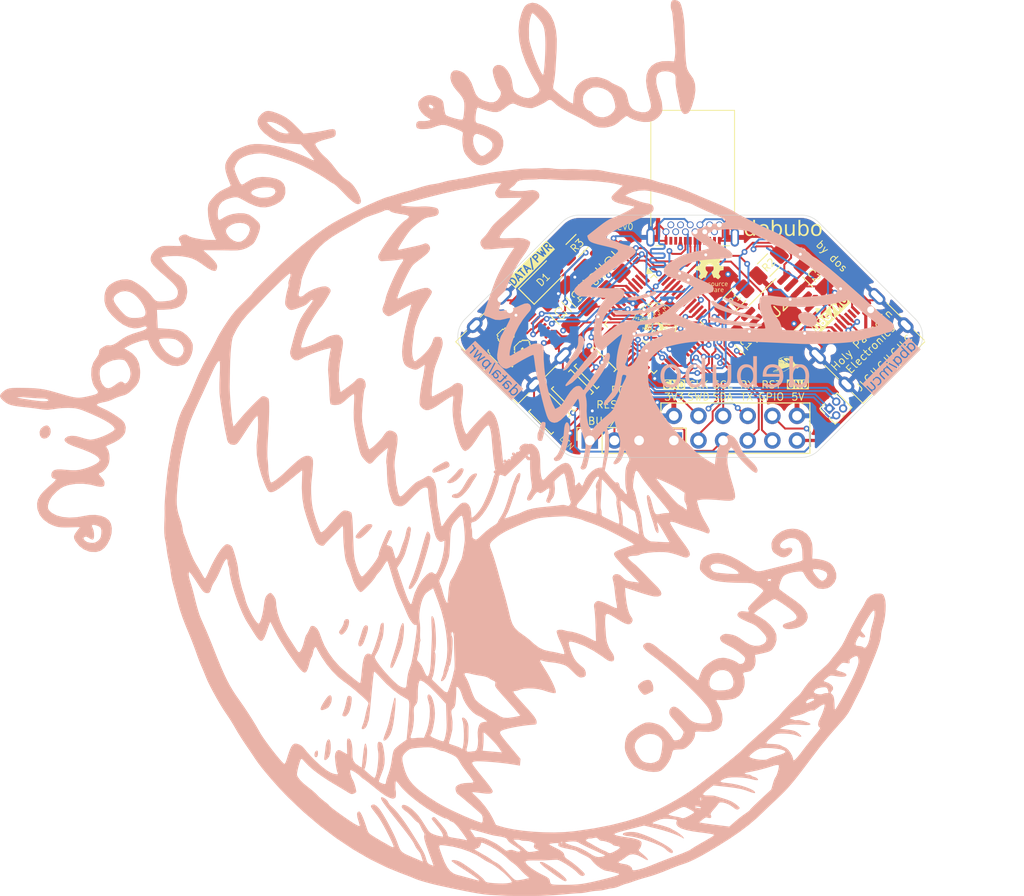
<source format=kicad_pcb>
(kicad_pcb
	(version 20240108)
	(generator "pcbnew")
	(generator_version "8.0")
	(general
		(thickness 1.6)
		(legacy_teardrops no)
	)
	(paper "A4")
	(layers
		(0 "F.Cu" signal)
		(1 "In1.Cu" power)
		(2 "In2.Cu" power)
		(31 "B.Cu" signal)
		(32 "B.Adhes" user "B.Adhesive")
		(33 "F.Adhes" user "F.Adhesive")
		(34 "B.Paste" user)
		(35 "F.Paste" user)
		(36 "B.SilkS" user "B.Silkscreen")
		(37 "F.SilkS" user "F.Silkscreen")
		(38 "B.Mask" user)
		(39 "F.Mask" user)
		(40 "Dwgs.User" user "User.Drawings")
		(41 "Cmts.User" user "User.Comments")
		(42 "Eco1.User" user "User.Eco1")
		(43 "Eco2.User" user "User.Eco2")
		(44 "Edge.Cuts" user)
		(45 "Margin" user)
		(46 "B.CrtYd" user "B.Courtyard")
		(47 "F.CrtYd" user "F.Courtyard")
		(48 "B.Fab" user)
		(49 "F.Fab" user)
		(50 "User.1" user)
		(51 "User.2" user)
		(52 "User.3" user)
		(53 "User.4" user)
		(54 "User.5" user)
		(55 "User.6" user)
		(56 "User.7" user)
		(57 "User.8" user)
		(58 "User.9" user)
	)
	(setup
		(stackup
			(layer "F.SilkS"
				(type "Top Silk Screen")
				(color "White")
			)
			(layer "F.Paste"
				(type "Top Solder Paste")
			)
			(layer "F.Mask"
				(type "Top Solder Mask")
				(color "Green")
				(thickness 0.01)
			)
			(layer "F.Cu"
				(type "copper")
				(thickness 0.035)
			)
			(layer "dielectric 1"
				(type "prepreg")
				(color "FR4 natural")
				(thickness 0.1)
				(material "FR4")
				(epsilon_r 4.5)
				(loss_tangent 0.02)
			)
			(layer "In1.Cu"
				(type "copper")
				(thickness 0.035)
			)
			(layer "dielectric 2"
				(type "core")
				(thickness 1.24)
				(material "FR4")
				(epsilon_r 4.5)
				(loss_tangent 0.02)
			)
			(layer "In2.Cu"
				(type "copper")
				(thickness 0.035)
			)
			(layer "dielectric 3"
				(type "prepreg")
				(thickness 0.1)
				(material "FR4")
				(epsilon_r 4.5)
				(loss_tangent 0.02)
			)
			(layer "B.Cu"
				(type "copper")
				(thickness 0.035)
			)
			(layer "B.Mask"
				(type "Bottom Solder Mask")
				(color "Green")
				(thickness 0.01)
			)
			(layer "B.Paste"
				(type "Bottom Solder Paste")
			)
			(layer "B.SilkS"
				(type "Bottom Silk Screen")
				(color "White")
			)
			(copper_finish "ENIG")
			(dielectric_constraints no)
		)
		(pad_to_mask_clearance 0)
		(allow_soldermask_bridges_in_footprints no)
		(pcbplotparams
			(layerselection 0x00010fc_ffffffff)
			(plot_on_all_layers_selection 0x0000000_00000000)
			(disableapertmacros no)
			(usegerberextensions yes)
			(usegerberattributes yes)
			(usegerberadvancedattributes yes)
			(creategerberjobfile yes)
			(dashed_line_dash_ratio 12.000000)
			(dashed_line_gap_ratio 3.000000)
			(svgprecision 4)
			(plotframeref no)
			(viasonmask no)
			(mode 1)
			(useauxorigin no)
			(hpglpennumber 1)
			(hpglpenspeed 20)
			(hpglpendiameter 15.000000)
			(pdf_front_fp_property_popups yes)
			(pdf_back_fp_property_popups yes)
			(dxfpolygonmode yes)
			(dxfimperialunits yes)
			(dxfusepcbnewfont yes)
			(psnegative no)
			(psa4output no)
			(plotreference yes)
			(plotvalue yes)
			(plotfptext yes)
			(plotinvisibletext no)
			(sketchpadsonfab no)
			(subtractmaskfromsilk yes)
			(outputformat 1)
			(mirror no)
			(drillshape 0)
			(scaleselection 1)
			(outputdirectory "gerbers/")
		)
	)
	(net 0 "")
	(net 1 "unconnected-(U1A-PB14-Pad26)")
	(net 2 "unconnected-(U1A-PF1-OSC_OUT-Pad9)")
	(net 3 "D+")
	(net 4 "D-")
	(net 5 "VBUS")
	(net 6 "unconnected-(U1A-PB4-Pad43)")
	(net 7 "unconnected-(U1A-PF0-OSC_IN-Pad8)")
	(net 8 "PD2_CC1")
	(net 9 "unconnected-(U1A-PB0-Pad19)")
	(net 10 "unconnected-(U1A-PB13-Pad25)")
	(net 11 "unconnected-(U1A-PC14-OSC32_IN-Pad2)")
	(net 12 "unconnected-(U1A-PC7-Pad31)")
	(net 13 "PD2_CC2")
	(net 14 "DBG_VBUS")
	(net 15 "DBG_D-")
	(net 16 "DBG_D+")
	(net 17 "Net-(J2-CC1)")
	(net 18 "Net-(J2-CC2)")
	(net 19 "SBU1")
	(net 20 "PD1_CC2")
	(net 21 "unconnected-(U1A-PB9-Pad48)")
	(net 22 "unconnected-(U1A-PA12[PA10]-Pad34)")
	(net 23 "unconnected-(U1A-PB12-Pad24)")
	(net 24 "PD1_CC1")
	(net 25 "unconnected-(U1A-PB8-Pad47)")
	(net 26 "SBU2")
	(net 27 "I2C_SCL")
	(net 28 "RESET")
	(net 29 "unconnected-(U1A-PB3-Pad42)")
	(net 30 "unconnected-(U1A-PC15-OSC32_OUT-Pad3)")
	(net 31 "SWDIO")
	(net 32 "I2C_SDA")
	(net 33 "BOOT")
	(net 34 "unconnected-(U1A-PB5-Pad44)")
	(net 35 "STM_RX")
	(net 36 "unconnected-(U1A-PB1-Pad20)")
	(net 37 "V3")
	(net 38 "STM_TX")
	(net 39 "Net-(U1B-VREF+)")
	(net 40 "Net-(D1-A)")
	(net 41 "GPIO")
	(net 42 "LED")
	(net 43 "BTN")
	(net 44 "SPI_MISO")
	(net 45 "SPI_MOSI")
	(net 46 "unconnected-(U1A-PA15-Pad37)")
	(net 47 "SPI_NSS")
	(net 48 "SPI_SCK")
	(net 49 "GND")
	(net 50 "BD+")
	(net 51 "BD-")
	(footprint "LOGO" (layer "F.Cu") (at 151.5 98.9))
	(footprint "Capacitor_SMD:C_1206_3216Metric_Pad1.33x1.80mm_HandSolder" (layer "F.Cu") (at 131.5951 90.0951 -45))
	(footprint "Button_Switch_SMD:SW_SPST_B3U-1000P" (layer "F.Cu") (at 127 103.95 135))
	(footprint "Debubo:SolderJumperSmol" (layer "F.Cu") (at 134.517157 86.717157 -45))
	(footprint "Capacitor_SMD:C_1206_3216Metric_Pad1.33x1.80mm_HandSolder" (layer "F.Cu") (at 129.8451 91.8451 135))
	(footprint "Capacitor_SMD:C_1206_3216Metric_Pad1.33x1.80mm_HandSolder" (layer "F.Cu") (at 147.25 96.75 135))
	(footprint "LOGO" (layer "F.Cu") (at 122.75 97.25 -45))
	(footprint "Capacitor_SMD:C_1206_3216Metric_Pad1.33x1.80mm_HandSolder" (layer "F.Cu") (at 154.25 89.75 135))
	(footprint "Capacitor_SMD:C_1206_3216Metric_Pad1.33x1.80mm_HandSolder" (layer "F.Cu") (at 133.25 88.3951 135))
	(footprint "Package_QFP:LQFP-48_7x7mm_P0.5mm" (layer "F.Cu") (at 137.75 94.75 -45))
	(footprint "Resistor_SMD:R_1206_3216Metric_Pad1.30x1.75mm_HandSolder" (layer "F.Cu") (at 149.596 88.654 45))
	(footprint "LOGO"
		(layer "F.Cu")
		(uuid "4785eff3-e543-4da4-b599-ea83da64dc85")
		(at 137.721624 94.35644)
		(property "Reference" "GPANG"
			(at 0 0 0)
			(layer "F.SilkS")
			(hide yes)
			(uuid "97468709-a4d4-4dba-b48b-3ea4b6fea43f")
			(effects
				(font
					(size 1.5 1.5)
					(thickness 0.3)
				)
			)
		)
		(property "Value" "LOGO"
			(at 0.75 0 0)
			(layer "F.SilkS")
			(hide yes)
			(uuid "6daeae5d-edac-4c57-9798-fda9de553c26")
			(effects
				(font
					(size 1.5 1.5)
					(thickness 0.3)
				)
			)
		)
		(property "Footprint" "LOGO"
			(at 0 0 0)
			(unlocked yes)
			(layer "F.Fab")
			(hide yes)
			(uuid "f22c43c4-e540-4514-ae0e-6121c9681813")
			(effects
				(font
					(size 1.27 1.27)
					(thickness 0.15)
				)
			)
		)
		(property "Datasheet" ""
			(at 0 0 0)
			(unlocked yes)
			(layer "F.Fab")
			(hide yes)
			(uuid "fc718c03-6242-424a-afe7-693a5f74999c")
			(effects
				(font
					(size 1.27 1.27)
					(thickness 0.15)
				)
			)
		)
		(property "Description" ""
			(at 0 0 0)
			(unlocked yes)
			(layer "F.Fab")
			(hide yes)
			(uuid "b837c190-3137-441e-b8ad-e8a1ef3dd34a")
			(effects
				(font
					(size 1.27 1.27)
					(thickness 0.15)
				)
			)
		)
		(attr board_only exclude_from_pos_files exclude_from_bom)
		(fp_poly
			(pts
				(xy 2.093733 0.587019) (xy 2.103678 0.595358) (xy 2.109433 0.604975) (xy 2.109011 0.610894) (xy 2.101548 0.616413)
				(xy 2.091148 0.612209) (xy 2.083789 0.605688) (xy 2.074338 0.593558) (xy 2.074319 0.58593) (xy 2.082928 0.583461)
			)
			(stroke
				(width 0)
				(type solid)
			)
			(fill solid)
			(layer "F.SilkS")
			(uuid "ac657206-7708-43c0-a1e8-c783de963f3a")
		)
		(fp_poly
			(pts
				(xy -1.932415 0.436049) (xy -1.925149 0.445848) (xy -1.923187 0.450927) (xy -1.917452 0.479205)
				(xy -1.921547 0.502697) (xy -1.926811 0.511926) (xy -1.936295 0.525842) (xy -1.942654 0.536292)
				(xy -1.953549 0.545756) (xy -1.969758 0.549436) (xy -1.986971 0.547105) (xy -2.000121 0.539323)
				(xy -2.009805 0.522618) (xy -2.011184 0.502562) (xy -2.005499 0.481498) (xy -1.993991 0.461765)
				(xy -1.977899 0.445707) (xy -1.958466 0.435664) (xy -1.944024 0.433465)
			)
			(stroke
				(width 0)
				(type solid)
			)
			(fill solid)
			(layer "F.SilkS")
			(uuid "1ebe9809-4fe8-4c80-ad44-ce21a3ff5c95")
		)
		(fp_poly
			(pts
				(xy 0.291162 -0.18097) (xy 0.305685 -0.178322) (xy 0.32908 -0.174645) (xy 0.354861 -0.172493) (xy 0.364242 -0.17226)
				(xy 0.383564 -0.17141) (xy 0.392622 -0.168339) (xy 0.392171 -0.162265) (xy 0.383209 -0.152623) (xy 0.367257 -0.144378)
				(xy 0.34474 -0.140389) (xy 0.319403 -0.140772) (xy 0.294995 -0.145644) (xy 0.284784 -0.149575) (xy 0.268497 -0.158373)
				(xy 0.262059 -0.16572) (xy 0.264617 -0.173162) (xy 0.269293 -0.177642) (xy 0.277661 -0.181298)
			)
			(stroke
				(width 0)
				(type solid)
			)
			(fill solid)
			(layer "F.SilkS")
			(uuid "219769a4-c93b-43b4-a94a-8eebe24ec2ae")
		)
		(fp_poly
			(pts
				(xy 1.821885 0.375303) (xy 1.845162 0.381754) (xy 1.854544 0.384657) (xy 1.878995 0.393796) (xy 1.892572 0.402369)
				(xy 1.89522 0.410274) (xy 1.886887 0.417409) (xy 1.874021 0.422022) (xy 1.859689 0.425906) (xy 1.850723 0.426988)
				(xy 1.841688 0.425099) (xy 1.828698 0.420612) (xy 1.813897 0.412722) (xy 1.801074 0.401406) (xy 1.792672 0.389451)
				(xy 1.791134 0.379644) (xy 1.791716 0.378415) (xy 1.797033 0.373819) (xy 1.806466 0.372719)
			)
			(stroke
				(width 0)
				(type solid)
			)
			(fill solid)
			(layer "F.SilkS")
			(uuid "2976cb09-dd76-4521-8f9e-39d240b55eb0")
		)
		(fp_poly
			(pts
				(xy 0.987596 -0.2862) (xy 0.993506 -0.285602) (xy 1.020791 -0.281808) (xy 1.037653 -0.276844) (xy 1.044762 -0.270205)
				(xy 1.042787 -0.261388) (xy 1.036218 -0.253508) (xy 1.029685 -0.248883) (xy 1.020052 -0.246328)
				(xy 1.005136 -0.245685) (xy 0.982751 -0.246796) (xy 0.9641 -0.248303) (xy 0.937224 -0.251982) (xy 0.921243 -0.257445)
				(xy 0.916065 -0.264782) (xy 0.9216 -0.274081) (xy 0.931031 -0.281306) (xy 0.939621 -0.285765) (xy 0.949999 -0.287935)
				(xy 0.965035 -0.288014)
			)
			(stroke
				(width 0)
				(type solid)
			)
			(fill solid)
			(layer "F.SilkS")
			(uuid "a1f3aeea-364e-44a6-9f33-acc2d70590f8")
		)
		(fp_poly
			(pts
				(xy 1.433889 0.081229) (xy 1.437538 0.084741) (xy 1.446012 0.09153) (xy 1.461055 0.098914) (xy 1.47839 0.105067)
				(xy 1.491993 0.107996) (xy 1.501064 0.113136) (xy 1.503106 0.122709) (xy 1.500918 0.132624) (xy 1.492209 0.136835)
				(xy 1.486436 0.137543) (xy 1.471083 0.136057) (xy 1.452373 0.130656) (xy 1.445713 0.127894) (xy 1.425516 0.116454)
				(xy 1.411517 0.104182) (xy 1.405188 0.092721) (xy 1.407025 0.084741) (xy 1.417199 0.078697) (xy 1.422937 0.077795)
			)
			(stroke
				(width 0)
				(type solid)
			)
			(fill solid)
			(layer "F.SilkS")
			(uuid "6b006c0c-942b-4a76-8d3f-47ad988798a7")
		)
		(fp_poly
			(pts
				(xy 1.98597 0.578947) (xy 1.999716 0.586146) (xy 2.015612 0.598914) (xy 2.018323 0.60152) (xy 2.035036 0.617572)
				(xy 2.051841 0.633055) (xy 2.060257 0.640461) (xy 2.073606 0.653431) (xy 2.077198 0.661703) (xy 2.071022 0.665921)
				(xy 2.059784 0.666812) (xy 2.042286 0.663123) (xy 2.023211 0.65116) (xy 2.018502 0.647268) (xy 2.001906 0.631055)
				(xy 1.987336 0.613288) (xy 1.976889 0.596854) (xy 1.972664 0.584638) (xy 1.972653 0.584194) (xy 1.976305 0.578052)
			)
			(stroke
				(width 0)
				(type solid)
			)
			(fill solid)
			(layer "F.SilkS")
			(uuid "30d1cda9-4e39-43c1-8c94-f16a6dbcccdc")
		)
		(fp_poly
			(pts
				(xy 1.360202 0.18516) (xy 1.378611 0.193839) (xy 1.392034 0.202524) (xy 1.41137 0.215377) (xy 1.430826 0.227522)
				(xy 1.440593 0.233199) (xy 1.455701 0.244315) (xy 1.461418 0.255232) (xy 1.461431 0.255724) (xy 1.457244 0.264409)
				(xy 1.446039 0.26658) (xy 1.429843 0.262176) (xy 1.419668 0.257) (xy 1.395418 0.24271) (xy 1.378606 0.232563)
				(xy 1.367037 0.22516) (xy 1.358518 0.2191) (xy 1.351383 0.213422) (xy 1.341313 0.201336) (xy 1.340855 0.192584)
				(xy 1.347848 0.184787)
			)
			(stroke
				(width 0)
				(type solid)
			)
			(fill solid)
			(layer "F.SilkS")
			(uuid "c0b9abc3-53e5-4895-a3cd-2521847c850b")
		)
		(fp_poly
			(pts
				(xy 0.413586 -0.283612) (xy 0.414676 -0.282817) (xy 0.421077 -0.27524) (xy 0.419885 -0.268359) (xy 0.410173 -0.261336)
				(xy 0.39101 -0.253331) (xy 0.376471 -0.248327) (xy 0.351583 -0.240272) (xy 0.334994 -0.235608) (xy 0.324499 -0.234101)
				(xy 0.317891 -0.23552) (xy 0.312963 -0.23963) (xy 0.311401 -0.241453) (xy 0.306511 -0.254333) (xy 0.310187 -0.266879)
				(xy 0.316736 -0.272492) (xy 0.326101 -0.275344) (xy 0.342994 -0.278954) (xy 0.363929 -0.282587)
				(xy 0.366055 -0.282914) (xy 0.389798 -0.285914) (xy 0.404926 -0.286148)
			)
			(stroke
				(width 0)
				(type solid)
			)
			(fill solid)
			(layer "F.SilkS")
			(uuid "ce4f3cb3-bef1-4aea-9e48-3a9138344b38")
		)
		(fp_poly
			(pts
				(xy 1.465457 2.002335) (xy 1.466299 2.012863) (xy 1.463751 2.032398) (xy 1.457782 2.061456) (xy 1.448391 2.10045)
				(xy 1.439302 2.135626) (xy 1.432071 2.161223) (xy 1.426245 2.178531) (xy 1.421372 2.188842) (xy 1.416998 2.193446)
				(xy 1.415587 2.193934) (xy 1.409002 2.192961) (xy 1.406238 2.185056) (xy 1.405863 2.175565) (xy 1.407516 2.157252)
				(xy 1.411981 2.132822) (xy 1.418517 2.104896) (xy 1.426384 2.076095) (xy 1.43484 2.049041) (xy 1.443145 2.026356)
				(xy 1.450557 2.010661) (xy 1.453717 2.006232) (xy 1.461253 2.000297)
			)
			(stroke
				(width 0)
				(type solid)
			)
			(fill solid)
			(layer "F.SilkS")
			(uuid "75941cb2-c3a2-4af2-b84f-9d45d51ae054")
		)
		(fp_poly
			(pts
				(xy -1.646773 0.06286) (xy -1.647219 0.069096) (xy -1.651096 0.082747) (xy -1.657409 0.101035) (xy -1.665165 0.12118)
				(xy -1.673369 0.140405) (xy -1.678071 0.1503) (xy -1.690145 0.170935) (xy -1.703588 0.188594) (xy -1.716348 0.200931)
				(xy -1.726375 0.2056) (xy -1.726417 0.2056) (xy -1.733136 0.203819) (xy -1.733713 0.202686) (xy -1.730957 0.196903)
				(xy -1.723687 0.184336) (xy -1.713393 0.167553) (xy -1.711899 0.165178) (xy -1.698673 0.142274)
				(xy -1.686187 0.11746) (xy -1.678352 0.099148) (xy -1.669389 0.079714) (xy -1.659885 0.066528) (xy -1.651271 0.061234)
			)
			(stroke
				(width 0)
				(type solid)
			)
			(fill solid)
			(layer "F.SilkS")
			(uuid "9e7d9363-affc-47c0-b36b-875cde412a35")
		)
		(fp_poly
			(pts
				(xy 1.723499 0.456051) (xy 1.739203 0.467998) (xy 1.743829 0.471833) (xy 1.762782 0.486328) (xy 1.782952 0.499741)
				(xy 1.793448 0.505734) (xy 1.809096 0.514494) (xy 1.815802 0.520953) (xy 1.814859 0.527138) (xy 1.810396 0.532338)
				(xy 1.804117 0.537064) (xy 1.796134 0.53802) (xy 1.782841 0.535264) (xy 1.774381 0.532889) (xy 1.761489 0.526592)
				(xy 1.744364 0.514893) (xy 1.726611 0.500266) (xy 1.725829 0.499555) (xy 1.709979 0.484461) (xy 1.701436 0.474265)
				(xy 1.698853 0.466892) (xy 1.700636 0.460717) (xy 1.706278 0.452942) (xy 1.713212 0.451209)
			)
			(stroke
				(width 0)
				(type solid)
			)
			(fill solid)
			(layer "F.SilkS")
			(uuid "ab5a3f2e-d8c6-4a58-93da-27bef9253d04")
		)
		(fp_poly
			(pts
				(xy -0.282151 -0.070954) (xy -0.269412 -0.062244) (xy -0.254826 -0.052441) (xy -0.243916 -0.045979)
				(xy -0.240111 -0.044454) (xy -0.231681 -0.040297) (xy -0.220931 -0.030318) (xy -0.211208 -0.018253)
				(xy -0.205861 -0.00784) (xy -0.205601 -0.005927) (xy -0.209338 0.002826) (xy -0.217344 0.009681)
				(xy -0.224115 0.010705) (xy -0.228743 0.007533) (xy -0.239967 -0.000382) (xy -0.255126 -0.011162)
				(xy -0.273362 -0.024805) (xy -0.289987 -0.038304) (xy -0.299417 -0.046837) (xy -0.308417 -0.056701)
				(xy -0.310015 -0.062999) (xy -0.304999 -0.069681) (xy -0.304142 -0.070543) (xy -0.298052 -0.075501)
				(xy -0.291743 -0.075882)
			)
			(stroke
				(width 0)
				(type solid)
			)
			(fill solid)
			(layer "F.SilkS")
			(uuid "2064a8c6-da98-440b-82ba-6b895f9443d5")
		)
		(fp_poly
			(pts
				(xy 1.502965 0.647207) (xy 1.51445 0.655298) (xy 1.533024 0.669195) (xy 1.559134 0.689234) (xy 1.593224 0.715752)
				(xy 1.613008 0.731236) (xy 1.633292 0.745746) (xy 1.658081 0.761536) (xy 1.680923 0.774594) (xy 1.699194 0.78506)
				(xy 1.712858 0.794381) (xy 1.719527 0.800884) (xy 1.71982 0.801857) (xy 1.715135 0.807802) (xy 1.702904 0.809675)
				(xy 1.685868 0.807614) (xy 1.666767 0.801756) (xy 1.660132 0.79885) (xy 1.637266 0.785403) (xy 1.609897 0.764578)
				(xy 1.5774 0.73585) (xy 1.539147 0.698695) (xy 1.532732 0.692218) (xy 1.512594 0.671228) (xy 1.500216 0.656836)
				(xy 1.495038 0.648272) (xy 1.4965 0.644766) (xy 1.498122 0.644585)
			)
			(stroke
				(width 0)
				(type solid)
			)
			(fill solid)
			(layer "F.SilkS")
			(uuid "8c4e9124-530b-4685-a3a7-5ca136c6afa3")
		)
		(fp_poly
			(pts
				(xy -0.394818 0.026768) (xy -0.378783 0.039138) (xy -0.367441 0.050654) (xy -0.343563 0.074357)
				(xy -0.317013 0.096232) (xy -0.289697 0.115134) (xy -0.26352 0.129913) (xy -0.240386 0.139424) (xy -0.2222 0.142518)
				(xy -0.216446 0.141612) (xy -0.207342 0.142927) (xy -0.202548 0.150711) (xy -0.203924 0.160593)
				(xy -0.206786 0.164315) (xy -0.224012 0.173494) (xy -0.24403 0.173072) (xy -0.250055 0.170978) (xy -0.263018 0.165368)
				(xy -0.281211 0.157457) (xy -0.29323 0.152216) (xy -0.310503 0.142602) (xy -0.331629 0.127821) (xy -0.354228 0.109912)
				(xy -0.375919 0.09091) (xy -0.394321 0.072852) (xy -0.407055 0.057775) (xy -0.410668 0.051741) (xy -0.416283 0.034388)
				(xy -0.414735 0.024422) (xy -0.407191 0.021872)
			)
			(stroke
				(width 0)
				(type solid)
			)
			(fill solid)
			(layer "F.SilkS")
			(uuid "fec170a4-69cc-467a-8e5e-3f1a230f8936")
		)
		(fp_poly
			(pts
				(xy 0.265586 -0.103844) (xy 0.29326 -0.096543) (xy 0.313957 -0.088909) (xy 0.34638 -0.077656) (xy 0.371124 -0.07296)
				(xy 0.389405 -0.074712) (xy 0.400832 -0.081247) (xy 0.4117 -0.086687) (xy 0.422103 -0.085908) (xy 0.427707 -0.079476)
				(xy 0.427871 -0.077717) (xy 0.424252 -0.070049) (xy 0.41542 -0.059305) (xy 0.414232 -0.058094) (xy 0.403453 -0.050048)
				(xy 0.389706 -0.045864) (xy 0.370733 -0.045332) (xy 0.344281 -0.048245) (xy 0.330797 -0.050379)
				(xy 0.312194 -0.054198) (xy 0.296683 -0.058589) (xy 0.2919 -0.060495) (xy 0.280424 -0.064974) (xy 0.26271 -0.070736)
				(xy 0.248665 -0.074828) (xy 0.228386 -0.081441) (xy 0.21862 -0.087481) (xy 0.218832 -0.093579) (xy 0.227462 -0.099827)
				(xy 0.244201 -0.104869)
			)
			(stroke
				(width 0)
				(type solid)
			)
			(fill solid)
			(layer "F.SilkS")
			(uuid "aa57f71c-03df-4b13-9366-b692924adf74")
		)
		(fp_poly
			(pts
				(xy 0.688605 -0.011353) (xy 0.701975 -0.003788) (xy 0.721271 0.008305) (xy 0.744938 0.023957) (xy 0.767458 0.039424)
				(xy 0.826809 0.080025) (xy 0.878204 0.113407) (xy 0.921964 0.139766) (xy 0.958407 0.159302) (xy 0.968927 0.164305)
				(xy 0.987478 0.174007) (xy 0.996063 0.181753) (xy 0.996564 0.18643) (xy 0.988945 0.192856) (xy 0.973157 0.19307)
				(xy 0.948848 0.187033) (xy 0.924315 0.178183) (xy 0.907592 0.170196) (xy 0.883899 0.156993) (xy 0.855265 0.139887)
				(xy 0.823714 0.120187) (xy 0.791275 0.099205) (xy 0.759973 0.078252) (xy 0.731836 0.058637) (xy 0.70889 0.041673)
				(xy 0.693207 0.028711) (xy 0.682906 0.015382) (xy 0.678041 0.001283) (xy 0.679499 -0.010023) (xy 0.682717 -0.013419)
			)
			(stroke
				(width 0)
				(type solid)
			)
			(fill solid)
			(layer "F.SilkS")
			(uuid "8db06e1b-b52d-4d45-93b6-869ea0c98fa3")
		)
		(fp_poly
			(pts
				(xy 1.174462 0.325643) (xy 1.189649 0.334338) (xy 1.206815 0.346341) (xy 1.222795 0.359614) (xy 1.223649 0.360408)
				(xy 1.241211 0.375015) (xy 1.267123 0.393982) (xy 1.299981 0.416348) (xy 1.338381 0.441148) (xy 1.369781 0.46065)
				(xy 1.388205 0.473468) (xy 1.397243 0.483444) (xy 1.396588 0.49006) (xy 1.388732 0.492601) (xy 1.380305 0.490502)
				(xy 1.365211 0.484199) (xy 1.34645 0.474968) (xy 1.343023 0.473152) (xy 1.319133 0.460353) (xy 1.293981 0.446883)
				(xy 1.274581 0.436499) (xy 1.256804 0.425398) (xy 1.237379 0.410686) (xy 1.217639 0.393743) (xy 1.198918 0.375952)
				(xy 1.182547 0.358694) (xy 1.169859 0.343349) (xy 1.162187 0.331301) (xy 1.160864 0.32393) (xy 1.164419 0.322293)
			)
			(stroke
				(width 0)
				(type solid)
			)
			(fill solid)
			(layer "F.SilkS")
			(uuid "2a39b8c1-5611-4ea6-845e-23816d860d9a")
		)
		(fp_poly
			(pts
				(xy -0.827971 -0.209095) (xy -0.813612 -0.207488) (xy -0.792779 -0.20421) (xy -0.764276 -0.199139)
				(xy -0.726905 -0.192155) (xy -0.694597 -0.186018) (xy -0.661235 -0.17971) (xy -0.629973 -0.173885)
				(xy -0.603147 -0.168972) (xy -0.583096 -0.1654) (xy -0.573737 -0.163832) (xy -0.557549 -0.159956)
				(xy -0.550571 -0.155243) (xy -0.553519 -0.150501) (xy -0.559845 -0.148114) (xy -0.597189 -0.142649)
				(xy -0.639029 -0.144932) (xy -0.657216 -0.147259) (xy -0.682781 -0.150142) (xy -0.712031 -0.153178)
				(xy -0.735631 -0.15545) (xy -0.762647 -0.158354) (xy -0.786464 -0.16166) (xy -0.804391 -0.164948)
				(xy -0.813426 -0.167622) (xy -0.833021 -0.180726) (xy -0.843328 -0.194579) (xy -0.844629 -0.201246)
				(xy -0.844187 -0.205107) (xy -0.842061 -0.207783) (xy -0.837055 -0.209153)
			)
			(stroke
				(width 0)
				(type solid)
			)
			(fill solid)
			(layer "F.SilkS")
			(uuid "7846a38d-13d3-45fb-b3b8-ac7eea47cadf")
		)
		(fp_poly
			(pts
				(xy -1.572707 0.027122) (xy -1.570004 0.03947) (xy -1.569862 0.055766) (xy -1.572529 0.072099) (xy -1.578621 0.086904)
				(xy -1.590379 0.108737) (xy -1.60667 0.135838) (xy -1.626363 0.166442) (xy -1.648325 0.198788) (xy -1.671424 0.231112)
				(xy -1.693067 0.259779) (xy -1.71196 0.283295) (xy -1.725372 0.298073) (xy -1.733949 0.304646) (xy -1.738337 0.303548)
				(xy -1.739269 0.297894) (xy -1.736202 0.289467) (xy -1.72826 0.275608) (xy -1.719869 0.263164) (xy -1.696231 0.230008)
				(xy -1.677712 0.203286) (xy -1.662753 0.180553) (xy -1.64979 0.159362) (xy -1.637263 0.137269) (xy -1.62535 0.11512)
				(xy -1.613257 0.091375) (xy -1.603425 0.070364) (xy -1.596921 0.054484) (xy -1.594793 0.046475)
				(xy -1.591477 0.034326) (xy -1.583837 0.024764) (xy -1.577614 0.022227)
			)
			(stroke
				(width 0)
				(type solid)
			)
			(fill solid)
			(layer "F.SilkS")
			(uuid "30de9b28-1281-4ef3-b6e0-8562456619fa")
		)
		(fp_poly
			(pts
				(xy -1.189611 -0.319266) (xy -1.188677 -0.318487) (xy -1.189128 -0.312144) (xy -1.196811 -0.302514)
				(xy -1.209254 -0.291725) (xy -1.223985 -0.281907) (xy -1.238533 -0.275191) (xy -1.23916 -0.27499)
				(xy -1.252771 -0.269223) (xy -1.26941 -0.260248) (xy -1.27378 -0.257578) (xy -1.28833 -0.249498)
				(xy -1.299993 -0.2449) (xy -1.302625 -0.244498) (xy -1.311854 -0.241577) (xy -1.313766 -0.239605)
				(xy -1.322097 -0.234348) (xy -1.335431 -0.231615) (xy -1.347767 -0.232383) (xy -1.350648 -0.233603)
				(xy -1.35435 -0.240964) (xy -1.353275 -0.244173) (xy -1.345818 -0.250142) (xy -1.331071 -0.258206)
				(xy -1.312263 -0.266877) (xy -1.292623 -0.274667) (xy -1.275381 -0.280088) (xy -1.275279 -0.280113)
				(xy -1.258987 -0.286437) (xy -1.24252 -0.296024) (xy -1.241938 -0.296444) (xy -1.217804 -0.312341)
				(xy -1.200273 -0.319985)
			)
			(stroke
				(width 0)
				(type solid)
			)
			(fill solid)
			(layer "F.SilkS")
			(uuid "e3156611-c05e-4ac7-b329-8a1839c879ca")
		)
		(fp_poly
			(pts
				(xy -1.067143 -0.312935) (xy -1.0669 -0.310476) (xy -1.070969 -0.303113) (xy -1.081936 -0.290616)
				(xy -1.097943 -0.274693) (xy -1.117132 -0.257051) (xy -1.137644 -0.239399) (xy -1.157621 -0.223445)
				(xy -1.175204 -0.210898) (xy -1.175257 -0.210864) (xy -1.192876 -0.199202) (xy -1.207348 -0.189279)
				(xy -1.21561 -0.183196) (xy -1.21572 -0.183103) (xy -1.229129 -0.174514) (xy -1.248076 -0.165941)
				(xy -1.270278 -0.15798) (xy -1.293455 -0.151228) (xy -1.315325 -0.146281) (xy -1.333607 -0.143737)
				(xy -1.346019 -0.14419) (xy -1.350296 -0.14791) (xy -1.345445 -0.151808) (xy -1.332258 -0.158674)
				(xy -1.312784 -0.167518) (xy -1.290531 -0.176772) (xy -1.227823 -0.205464) (xy -1.174177 -0.238052)
				(xy -1.127911 -0.275587) (xy -1.11954 -0.283637) (xy -1.099388 -0.301926) (xy -1.083318 -0.313221)
				(xy -1.072261 -0.317049)
			)
			(stroke
				(width 0)
				(type solid)
			)
			(fill solid)
			(layer "F.SilkS")
			(uuid "10b1cf3e-69a6-4d0a-bd43-e0bd2cf87a8a")
		)
		(fp_poly
			(pts
				(xy 0.961002 2.19818) (xy 0.959021 2.207045) (xy 0.949464 2.220169) (xy 0.941332 2.228564) (xy 0.924047 2.247471)
				(xy 0.904913 2.272271) (xy 0.88511 2.300977) (xy 0.865817 2.331602) (xy 0.848211 2.362159) (xy 0.833472 2.39066)
				(xy 0.822778 2.415117) (xy 0.817309 2.433543) (xy 0.816845 2.438459) (xy 0.815084 2.453361) (xy 0.810737 2.468471)
				(xy 0.805207 2.479914) (xy 0.800394 2.483876) (xy 0.793765 2.480467) (xy 0.790943 2.477978) (xy 0.788761 2.468634)
				(xy 0.791312 2.451295) (xy 0.7979 2.427665) (xy 0.807831 2.399449) (xy 0.820408 2.368349) (xy 0.834938 2.33607)
				(xy 0.850724 2.304315) (xy 0.867073 2.274788) (xy 0.883288 2.249193) (xy 0.885681 2.245776) (xy 0.899308 2.230148)
				(xy 0.916564 2.215089) (xy 0.934338 2.202883) (xy 0.949521 2.195819) (xy 0.954863 2.194924)
			)
			(stroke
				(width 0)
				(type solid)
			)
			(fill solid)
			(layer "F.SilkS")
			(uuid "01551c69-6e29-4c37-a8cb-88ed8f939d3b")
		)
		(fp_poly
			(pts
				(xy -1.495502 0.100126) (xy -1.494772 0.103484) (xy -1.498673 0.115409) (xy -1.509684 0.133577)
				(xy -1.526761 0.156679) (xy -1.548862 0.183402) (xy -1.574944 0.212437) (xy -1.603965 0.242472)
				(xy -1.610261 0.24871) (xy -1.6422 0.279829) (xy -1.667385 0.303622) (xy -1.686722 0.320818) (xy -1.701118 0.332142)
				(xy -1.711479 0.338322) (xy -1.71871 0.340085) (xy -1.722681 0.338913) (xy -1.724723 0.337076) (xy -1.72499 0.334284)
				(xy -1.722709 0.329656) (xy -1.717105 0.322316) (xy -1.707403 0.311384) (xy -1.69283 0.295982) (xy -1.672611 0.275232)
				(xy -1.645972 0.248254) (xy -1.617425 0.219492) (xy -1.597086 0.197609) (xy -1.575244 0.171918)
				(xy -1.556534 0.147876) (xy -1.556081 0.147254) (xy -1.542555 0.128703) (xy -1.531078 0.113133)
				(xy -1.523549 0.103115) (xy -1.522211 0.101411) (xy -1.512855 0.095432) (xy -1.502407 0.095121)
			)
			(stroke
				(width 0)
				(type solid)
			)
			(fill solid)
			(layer "F.SilkS")
			(uuid "696d98d2-0c7a-4ea1-8161-0b6e94a12a6c")
		)
		(fp_poly
			(pts
				(xy -0.800957 -0.329451) (xy -0.790147 -0.317255) (xy -0.783158 -0.308956) (xy -0.776097 -0.302233)
				(xy -0.767288 -0.296312) (xy -0.755058 -0.29042) (xy -0.737732 -0.283782) (xy -0.713638 -0.275624)
				(xy -0.6811 -0.265174) (xy -0.669591 -0.261523) (xy -0.64043 -0.252305) (xy -0.620375 -0.245894)
				(xy -0.607969 -0.241641) (xy -0.601756 -0.2389) (xy -0.600278 -0.237021) (xy -0.602079 -0.235357)
				(xy -0.605702 -0.23326) (xy -0.605844 -0.233171) (xy -0.619146 -0.228769) (xy -0.637705 -0.230093)
				(xy -0.658581 -0.235569) (xy -0.678465 -0.239611) (xy -0.698322 -0.240457) (xy -0.701059 -0.240215)
				(xy -0.713818 -0.239912) (xy -0.727989 -0.242481) (xy -0.745834 -0.248646) (xy -0.769619 -0.259136)
				(xy -0.788944 -0.268426) (xy -0.811628 -0.283447) (xy -0.824373 -0.301065) (xy -0.826656 -0.320492)
				(xy -0.825929 -0.324067) (xy -0.820586 -0.335759) (xy -0.812468 -0.337593)
			)
			(stroke
				(width 0)
				(type solid)
			)
			(fill solid)
			(layer "F.SilkS")
			(uuid "e7bbed64-ffca-404b-a0cf-49fd67e1685b")
		)
		(fp_poly
			(pts
				(xy 0.187374 -1.866634) (xy 0.225124 -1.865443) (xy 0.266749 -1.8636) (xy 0.310744 -1.861217) (xy 0.355604 -1.858406)
				(xy 0.399821 -1.855279) (xy 0.44189 -1.85195) (xy 0.480305 -1.84853) (xy 0.51356 -1.845131) (xy 0.540148 -1.841866)
				(xy 0.558564 -1.838848) (xy 0.567103 -1.83632) (xy 0.573597 -1.835176) (xy 0.589074 -1.833486) (xy 0.611428 -1.831452)
				(xy 0.638552 -1.829276) (xy 0.647833 -1.828587) (xy 0.685621 -1.825287) (xy 0.717737 -1.820965)
				(xy 0.748785 -1.814782) (xy 0.783368 -1.805899) (xy 0.802953 -1.80032) (xy 0.833475 -1.791062) (xy 0.862675 -1.781536)
				(xy 0.88766 -1.772729) (xy 0.905537 -1.76563) (xy 0.908532 -1.76425) (xy 0.924119 -1.757266) (xy 0.947262 -1.747589)
				(xy 0.975094 -1.736387) (xy 1.00475 -1.72483) (xy 1.011332 -1.722319) (xy 1.078644 -1.695375) (xy 1.140656 -1.667415)
				(xy 1.203073 -1.635848) (xy 1.211376 -1.631418) (xy 1.246246 -1.613437) (xy 1.282021 -1.596245)
				(xy 1.315299 -1.581416) (xy 1.342679 -1.570522) (xy 1.344553 -1.569853) (xy 1.369242 -1.559054)
				(xy 1.3992 -1.542756) (xy 1.431387 -1.522835) (xy 1.462759 -1.501171) (xy 1.489214 -1.480538) (xy 1.50819 -1.465073)
				(xy 1.526076 -1.451349) (xy 1.539604 -1.441852) (xy 1.541783 -1.440511) (xy 1.554201 -1.431884)
				(xy 1.571054 -1.418469) (xy 1.588729 -1.403144) (xy 1.589016 -1.402883) (xy 1.608676 -1.385421)
				(xy 1.629361 -1.36769) (xy 1.644804 -1.354974) (xy 1.659428 -1.342432) (xy 1.679459 -1.324019) (xy 1.703268 -1.301357)
				(xy 1.729226 -1.276069) (xy 1.755702 -1.249777) (xy 1.781067 -1.224105) (xy 1.803692 -1.200676)
				(xy 1.821946 -1.181111) (xy 1.8342 -1.167034) (xy 1.836447 -1.164144) (xy 1.847252 -1.15067) (xy 1.8633 -1.132018)
				(xy 1.882125 -1.111014) (xy 1.895407 -1.096665) (xy 1.914762 -1.074785) (xy 1.932796 -1.052147)
				(xy 1.947028 -1.031977) (xy 1.9531 -1.021649) (xy 1.965571 -0.99901) (xy 1.980211 -0.974906) (xy 1.987324 -0.9641)
				(xy 2.000058 -0.944061) (xy 2.01416 -0.919689) (xy 2.02497 -0.899375) (xy 2.037266 -0.876358) (xy 2.05082 -0.853078)
				(xy 2.06141 -0.836514) (xy 2.07324 -0.817388) (xy 2.086165 -0.79357) (xy 2.0959 -0.773433) (xy 2.104999 -0.753627)
				(xy 2.117395 -0.727324) (xy 2.131444 -0.69798) (xy 2.145239 -0.669591) (xy 2.164225 -0.627315) (xy 2.183413 -0.57814)
				(xy 2.201241 -0.526143) (xy 2.205902 -0.511223) (xy 2.217046 -0.47567) (xy 2.229102 -0.438822) (xy 2.240912 -0.404114)
				(xy 2.251319 -0.374984) (xy 2.255486 -0.363969) (xy 2.265771 -0.336612) (xy 2.275591 -0.308928)
				(xy 2.283493 -0.28508) (xy 2.286509 -0.27506) (xy 2.293492 -0.251624) (xy 2.302158 -0.224273) (xy 2.309311 -0.202822)
				(xy 2.317045 -0.176892) (xy 2.325489 -0.142829) (xy 2.334076 -0.103542) (xy 2.342237 -0.061938)
				(xy 2.349406 -0.020926) (xy 2.355013 0.016586) (xy 2.358493 0.047692) (xy 2.358677 0.050011) (xy 2.361489 0.077769)
				(xy 2.36585 0.110633) (xy 2.370971 0.142845) (xy 2.37278 0.152811) (xy 2.377946 0.183286) (xy 2.383137 0.219208)
				(xy 2.387572 0.254938) (xy 2.389386 0.272282) (xy 2.392476 0.30355) (xy 2.395873 0.336181) (xy 2.399078 0.365456)
				(xy 2.400784 0.380133) (xy 2.403696 0.414604) (xy 2.405369 0.457672) (xy 2.405826 0.506892) (xy 2.405092 0.559818)
				(xy 2.403188 0.614007) (xy 2.40014 0.667012) (xy 2.397758 0.697375) (xy 2.38265 0.827937) (xy 2.36058 0.955895)
				(xy 2.331912 1.079982) (xy 2.297012 1.19893) (xy 2.256246 1.31147) (xy 2.20998 1.416334) (xy 2.167049 1.497707)
				(xy 2.15236 1.523619) (xy 2.139149 1.547444) (xy 2.128693 1.56684) (xy 2.122272 1.579466) (xy 2.121547 1.581058)
				(xy 2.114077 1.595017) (xy 2.101298 1.61559) (xy 2.084689 1.640592) (xy 2.065724 1.667836) (xy 2.045883 1.695135)
				(xy 2.032938 1.712233) (xy 1.991344 1.765887) (xy 1.955586 1.811457) (xy 1.924932 1.849828) (xy 1.898652 1.881881)
				(xy 1.876014 1.9085) (xy 1.856286 1.930567) (xy 1.838737 1.948965) (xy 1.828177 1.959351) (xy 1.751173 2.030605)
				(xy 1.67177 2.099455) (xy 1.592344 2.163941) (xy 1.515273 2.222105) (xy 1.475322 2.250296) (xy 1.450577 2.267458)
				(xy 1.42836 2.28318) (xy 1.410666 2.296028) (xy 1.399492 2.304564) (xy 1.397528 2.306235) (xy 1.386779 2.314147)
				(xy 1.370002 2.324515) (xy 1.353838 2.333481) (xy 1.333551 2.345012) (xy 1.314586 2.357254) (xy 1.303827 2.365317)
				(xy 1.28747 2.376925) (xy 1.26765 2.388131) (xy 1.261387 2.391086) (xy 1.243328 2.399997) (xy 1.227438 2.409382)
				(xy 1.223003 2.412534) (xy 1.210095 2.419929) (xy 1.191394 2.427677) (xy 1.178549 2.431857) (xy 1.160697 2.437405)
				(xy 1.147073 2.442424) (xy 1.141916 2.445005) (xy 1.134257 2.448834) (xy 1.119148 2.45504) (xy 1.099646 2.462377)
				(xy 1.096629 2.463463) (xy 1.072079 2.47291) (xy 1.043138 2.485018) (xy 1.015346 2.497454) (xy 1.010499 2.499735)
				(xy 0.985575 2.510594) (xy 0.954373 2.522755) (xy 0.921328 2.534546) (xy 0.897418 2.542322) (xy 0.868344 2.551568)
				(xy 0.839924 2.561115) (xy 0.815614 2.569773) (xy 0.800175 2.575794) (xy 0.775468 2.585436) (xy 0.748639 2.59413)
				(xy 0.718091 2.60224) (xy 0.682227 2.610132) (xy 0.639449 2.61817) (xy 0.588161 2.626717) (xy 0.552899 2.632202)
				(xy 0.46896 2.643625) (xy 0.393258 2.650914) (xy 0.323757 2.65418) (xy 0.258423 2.65353) (xy 0.211157 2.650558)
				(xy 0.187363 2.648735) (xy 0.156282 2.646656) (xy 0.121728 2.644562) (xy 0.087517 2.642694) (xy 0.083351 2.642483)
				(xy 0.052025 2.640526) (xy 0.021544 2.637696) (xy -0.009749 2.633701) (xy -0.043511 2.628248) (xy -0.081401 2.621044)
				(xy -0.125074 2.611799) (xy -0.176189 2.600218) (xy -0.235146 2.586311) (xy -0.325638 2.566173)
				(xy -0.415558 2.549351) (xy -0.510493 2.53481) (xy -0.518599 2.533696) (xy -0.556551 2.527464) (xy -0.588353 2.519494)
				(xy -0.618963 2.508428) (xy -0.632916 2.502415) (xy -0.651401 2.494326) (xy -0.676384 2.483637)
				(xy -0.704077 2.471961) (xy -0.72238 2.464339) (xy -0.750631 2.452184) (xy -0.779473 2.439001) (xy -0.804739 2.426731)
				(xy -0.816846 2.420396) (xy -0.838654 2.408641) (xy -0.8657 2.394342) (xy -0.893301 2.379967) (xy -0.902975 2.374991)
				(xy -0.948631 2.350923) (xy -0.987095 2.32922) (xy -1.017604 2.310356) (xy -1.039393 2.294802) (xy -1.050369 2.284305)
				(xy -0.857139 2.284305) (xy -0.856756 2.294328) (xy -0.848674 2.308559) (xy -0.840584 2.318331)
				(xy -0.829058 2.327871) (xy -0.812247 2.338375) (xy -0.7883 2.35104) (xy -0.766143 2.361907) (xy -0.743122 2.372529)
				(xy -0.715193 2.384708) (xy -0.684259 2.397693) (xy -0.652225 2.410731) (xy -0.620995 2.423067)
				(xy -0.592472 2.43395) (xy -0.568563 2.442626) (xy -0.551169 2.448342) (xy -0.542494 2.450343) (xy -0.540992 2.447164)
				(xy -0.543126 2.44359) (xy -0.56249 2.418607) (xy -0.575605 2.400335) (xy -0.583452 2.387041) (xy -0.584473 2.384155)
				(xy -0.511223 2.384155) (xy -0.506653 2.390338) (xy -0.494711 2.399636) (xy -0.478051 2.410369)
				(xy -0.459327 2.420855) (xy -0.441191 2.429414) (xy -0.437406 2.430925) (xy -0.414701 2.441922)
				(xy -0.400437 2.45393) (xy -0.395707 2.465903) (xy -0.396542 2.469988) (xy -0.397827 2.474595) (xy -0.396548 2.478172)
				(xy -0.391109 2.481274) (xy -0.379918 2.484456) (xy -0.361379 2.488271) (xy -0.333898 2.493274)
				(xy -0.325055 2.494844) (xy -0.294185 2.500608) (xy -0.261655 2.507158) (xy -0.232413 2.51348) (xy -0.219493 2.516499)
				(xy -0.196051 2.521727) (xy -0.174464 2.525716) (xy -0.158795 2.527729) (xy -0.156851 2.527826)
				(xy -0.144808 2.527631) (xy -0.141921 2.524572) (xy -0.146249 2.516378) (xy -0.146598 2.515828)
				(xy -0.15379 2.498814) (xy -0.155595 2.489906) (xy -0.05279 2.489906) (xy -0.048385 2.496768) (xy -0.037237 2.50664)
				(xy -0.022448 2.517374) (xy -0.007116 2.526819) (xy 0.005658 2.532826) (xy 0.010643 2.533887) (xy 0.019119 2.536878)
				(xy 0.033334 2.544679) (xy 0.048557 2.554495) (xy 0.078478 2.575103) (xy 0.168046 2.579575) (xy 0.198469 2.581276)
				(xy 0.224863 2.583095) (xy 0.245287 2.584871) (xy 0.257804 2.586444) (xy 0.26078 2.587279) (xy 0.267557 2.588351)
				(xy 0.281948 2.58786) (xy 0.297287 2.586324) (xy 0.319575 2.584429) (xy 0.347351 2.583324) (xy 0.375003 2.583221)
				(xy 0.37786 2.583281) (xy 0.425093 2.584425) (xy 0.446667 2.561068) (xy 0.531278 2.561068) (xy 0.532266 2.563546)
				(xy 0.537236 2.564466) (xy 0.547559 2.563726) (xy 0.564606 2.56122) (xy 0.589745 2.556846) (xy 0.624348 2.550501)
				(xy 0.626808 2.550045) (xy 0.652242 2.545579) (xy 0.674897 2.542042) (xy 0.691718 2.539888) (xy 0.69814 2.539444)
				(xy 0.70885 2.537631) (xy 0.727295 2.532706) (xy 0.750795 2.525444) (xy 0.774263 2.517473) (xy 0.824357 2.49982)
				(xy 0.866147 2.485308) (xy 0.901749 2.473214) (xy 0.933281 2.462816) (xy 0.952986 2.456502) (xy 0.980538 2.446929)
				(xy 1.006264 2.436469) (xy 1.0284 2.426021) (xy 1.045186 2.416487) (xy 1.054858 2.408764) (xy 1.055895 2.403967)
				(xy 1.050312 2.391153) (xy 1.052616 2.374157) (xy 1.055224 2.369197) (xy 1.135455 2.369197) (xy 1.136779 2.372371)
				(xy 1.142525 2.372741) (xy 1.150491 2.370351) (xy 1.16668 2.363687) (xy 1.189409 2.353506) (xy 1.216992 2.340568)
				(xy 1.247745 2.325629) (xy 1.252949 2.323053) (xy 1.292771 2.302898) (xy 1.324874 2.285597) (xy 1.351753 2.26963)
				(xy 1.375905 2.253473) (xy 1.399825 2.235605) (xy 1.41142 2.226407) (xy 1.43461 2.20745) (xy 1.455989 2.189442)
				(xy 1.473343 2.174285) (xy 1.484455 2.163879) (xy 1.485275 2.163028) (xy 1.494894 2.152062) (xy 1.497608 2.14439)
				(xy 1.494312 2.135389) (xy 1.491569 2.13048) (xy 1.48768 2.122921) (xy 1.486097 2.11578) (xy 1.487291 2.106712)
				(xy 1.491733 2.093373) (xy 1.499892 2.073419) (xy 1.505819 2.059514) (xy 1.51572 2.034001) (xy 1.576667 2.034001)
				(xy 1.603789 2.019818) (xy 1.621628 2.009905) (xy 1.637121 2.00031) (xy 1.643064 1.99609) (xy 1.648647 1.990537)
				(xy 1.652461 1.982762) (xy 1.655023 1.970451) (xy 1.655149 1.969127) (xy 1.671868 1.969127) (xy 1.67398 1.980874)
				(xy 1.677308 1.983767) (xy 1.684277 1.980891) (xy 1.696943 1.973532) (xy 1.705981 1.967681) (xy 1.721324 1.956045)
				(xy 1.740741 1.939469) (xy 1.760638 1.921058) (xy 1.765519 1.916281) (xy 1.782557 1.898941) (xy 1.792827 1.886864)
				(xy 1.797725 1.877777) (xy 1.798652 1.869406) (xy 1.797866 1.86369) (xy 1.79804 1.851373) (xy 1.800999 1.83065)
				(xy 1.80625 1.80373) (xy 1.813299 1.772828) (xy 1.821652 1.740153) (xy 1.830817 1.707917) (xy 1.837076 1.687939)
				(xy 1.843782 1.673023) (xy 1.853032 1.65894) (xy 1.862885 1.647834) (xy 1.8714 1.641848) (xy 1.876635 1.643125)
				(xy 1.876964 1.643908) (xy 1.876138 1.651246) (xy 1.872437 1.666546) (xy 1.866524 1.687235) (xy 1.86216 1.701264)
				(xy 1.851039 1.736828) (xy 1.841234 1.769797) (xy 1.833132 1.798711) (xy 1.827117 1.822113) (xy 1.823575 1.838544)
				(xy 1.82289 1.846546) (xy 1.823665 1.846981) (xy 1.828657 1.841341) (xy 1.838111 1.828655) (xy 1.850388 1.811161)
				(xy 1.857013 1.8014) (xy 1.872422 1.778808) (xy 1.888075 1.756445) (xy 1.901198 1.73826) (xy 1.904157 1.734302)
				(xy 1.917106 1.711723) (xy 1.923163 1.686272) (xy 1.922313 1.656441) (xy 1.91454 1.620723) (xy 1.902558 1.584826)
				(xy 1.891977 1.556318) (xy 1.884316 1.537111) (xy 1.878288 1.526221) (xy 1.872606 1.522662) (xy 1.865982 1.525448)
				(xy 1.85713 1.533596) (xy 1.847896 1.542992) (xy 1.813713 1.581549) (xy 1.782387 1.624799) (xy 1.755634 1.669918)
				(xy 1.735166 1.714079) (xy 1.724586 1.746356) (xy 1.718033 1.768673) (xy 1.710373 1.790007) (xy 1.70523 1.801676)
				(xy 1.697503 1.820392) (xy 1.69024 1.844257) (xy 1.683755 1.871222) (xy 1.67836 1.899239) (xy 1.674372 1.926261)
				(xy 1.672103 1.95024) (xy 1.671868 1.969127) (xy 1.655149 1.969127) (xy 1.656848 1.951289) (xy 1.658189 1.928199)
				(xy 1.660205 1.894359) (xy 1.662553 1.869095) (xy 1.665646 1.849868) (xy 1.669893 1.834141) (xy 1.675706 1.819376)
				(xy 1.675873 1.819003) (xy 1.681274 1.804588) (xy 1.683692 1.793516) (xy 1.683701 1.793085) (xy 1.6856 1.784497)
				(xy 1.690702 1.768291) (xy 1.698121 1.747179) (xy 1.70315 1.733712) (xy 1.71142 1.711804) (xy 1.717942 1.694072)
				(xy 1.721857 1.682877) (xy 1.722599 1.680251) (xy 1.71852 1.680479) (xy 1.711851 1.683506) (xy 1.692719 1.688944)
				(xy 1.675922 1.683521) (xy 1.672014 1.680404) (xy 1.665595 1.675801) (xy 1.660578 1.677432) (xy 1.654482 1.686878)
				(xy 1.650817 1.69392) (xy 1.634831 1.729541) (xy 1.620792 1.768838) (xy 1.610024 1.807602) (xy 1.603848 1.841623)
				(xy 1.603562 1.844316) (xy 1.600773 1.866693) (xy 1.597289 1.886493) (xy 1.593851 1.899518) (xy 1.593767 1.899733)
				(xy 1.59053 1.913012) (xy 1.587983 1.93269) (xy 1.586857 1.950426) (xy 1.585498 1.974004) (xy 1.583178 1.997113)
				(xy 1.581192 2.010273) (xy 1.576667 2.034001) (xy 1.51572 2.034001) (xy 1.517872 2.028455) (xy 1.526766 1.999646)
				(xy 1.532222 1.974712) (xy 1.533966 1.955277) (xy 1.531719 1.942965) (xy 1.526315 1.939313) (xy 1.51826 1.942833)
				(xy 1.504664 1.952194) (xy 1.488059 1.965599) (xy 1.482768 1.97023) (xy 1.460778 1.989087) (xy 1.436318 2.008906)
				(xy 1.414652 2.025423) (xy 1.414488 2.025542) (xy 1.396646 2.038675) (xy 1.38137 2.05026) (xy 1.371789 2.05792)
				(xy 1.371418 2.058242) (xy 1.365202 2.06778) (xy 1.357531 2.085383) (xy 1.349281 2.108253) (xy 1.341332 2.133589)
				(xy 1.334562 2.158591) (xy 1.329848 2.180461) (xy 1.328068 2.196397) (xy 1.328068 2.196458) (xy 1.326594 2.213493)
				(xy 1.322981 2.227245) (xy 1.322316 2.22863) (xy 1.313837 2.237336) (xy 1.303976 2.239108) (xy 1.298227 2.234989)
				(xy 1.297195 2.226459) (xy 1.298236 2.209834) (xy 1.30094 2.187852) (xy 1.304897 2.163249) (xy 1.309696 2.138763)
				(xy 1.314928 2.117132) (xy 1.316922 2.1103) (xy 1.322558 2.090792) (xy 1.324557 2.078395) (xy 1.32312 2.069792)
				(xy 1.319774 2.063624) (xy 1.315542 2.053463) (xy 1.315598 2.040676) (xy 1.320371 2.023267) (xy 1.33029 1.999238)
				(xy 1.336447 1.985943) (xy 1.343694 1.969307) (xy 1.347898 1.956985) (xy 1.348263 1.952099) (xy 1.342618 1.953515)
				(xy 1.330939 1.960116) (xy 1.319413 1.967898) (xy 1.304872 1.979373) (xy 1.299944 1.986142) (xy 1.302405 1.988342)
				(xy 1.309513 1.992127) (xy 1.31016 2.000069) (xy 1.303939 2.013167) (xy 1.290443 2.032418) (xy 1.278057 2.048113)
				(xy 1.263606 2.066597) (xy 1.252313 2.082297) (xy 1.245746 2.092968) (xy 1.244717 2.095872) (xy 1.242553 2.104704)
				(xy 1.237115 2.119027) (xy 1.234461 2.125099) (xy 1.223339 2.149933) (xy 1.2162 2.167088) (xy 1.212266 2.17893)
				(xy 1.210761 2.187822) (xy 1.210907 2.196129) (xy 1.210948 2.196618) (xy 1.210636 2.221097) (xy 1.20657 2.248151)
				(xy 1.199671 2.274023) (xy 1.190859 2.294957) (xy 1.184622 2.30405) (xy 1.171981 2.318709) (xy 1.160948 2.332769)
				(xy 1.160014 2.334068) (xy 1.149379 2.348978) (xy 1.141277 2.360238) (xy 1.135455 2.369197) (xy 1.055224 2.369197)
				(xy 1.062191 2.35595) (xy 1.067113 2.349878) (xy 1.078898 2.335908) (xy 1.088045 2.323617) (xy 1.089925 2.320613)
				(xy 1.09278 2.314115) (xy 1.089661 2.312088) (xy 1.078395 2.313667) (xy 1.074431 2.314448) (xy 1.054944 2.317116)
				(xy 1.036336 2.317841) (xy 1.035002 2.317784) (xy 1.010765 2.320838) (xy 0.99039 2.333119) (xy 0.973386 2.355131)
				(xy 0.959259 2.387376) (xy 0.955558 2.398954) (xy 0.950297 2.412307) (xy 0.945079 2.419002) (xy 0.943185 2.419067)
				(xy 0.940532 2.412538) (xy 0.940848 2.397499) (xy 0.94419 2.373135) (xy 0.948016 2.351903) (xy 0.949435 2.339515)
				(xy 0.946189 2.334574) (xy 0.940035 2.333844) (xy 0.928101 2.330342) (xy 0.914664 2.321841) (xy 0.913828 2.321137)
				(xy 0.904463 2.312128) (xy 0.902057 2.304409) (xy 0.905565 2.292902) (xy 0.907204 2.288932) (xy 0.914962 2.275308)
				(xy 0.927911 2.257365) (xy 0.935904 2.24775) (xy 1.025161 2.24775) (xy 1.030891 2.250312) (xy 1.03646 2.250492)
				(xy 1.050902 2.24912) (xy 1.069557 2.245688) (xy 1.075616 2.24426) (xy 1.092094 2.23876) (xy 1.100665 2.231517)
				(xy 1.102731 2.226264) (xy 1.128024 2.226264) (xy 1.131272 2.228058) (xy 1.14187 2.224118) (xy 1.149151 2.220499)
				(xy 1.165821 2.209452) (xy 1.177871 2.194681) (xy 1.187345 2.173235) (xy 1.191769 2.159043) (xy 1.200176 2.133924)
				(xy 1.210934 2.107703) (xy 1.222439 2.08388) (xy 1.233084 2.065959) (xy 1.236451 2.061562) (xy 1.243017 2.052359)
				(xy 1.251436 2.038729) (xy 1.259601 2.024345) (xy 1.265405 2.012878) (xy 1.266944 2.008408) (xy 1.262986 2.00815)
				(xy 1.252766 2.013297) (xy 1.238757 2.022386) (xy 1.223438 2.033956) (xy 1.222863 2.034425) (xy 1.210604 2.046787)
				(xy 1.202907 2.058916) (xy 1.201923 2.06225) (xy 1.198923 2.071439) (xy 1.191927 2.088479) (xy 1.181855 2.111255)
				(xy 1.169626 2.137651) (xy 1.164042 2.149364) (xy 1.151462 2.175651) (xy 1.140797 2.198177) (xy 1.132887 2.21515)
				(xy 1.128572 2.224777) (xy 1.128024 2.226264) (xy 1.102731 2.226264) (xy 1.103849 2.223422) (xy 1.108779 2.209334)
				(xy 1.113509 2.201017) (xy 1.118095 2.192507) (xy 1.125115 2.176362) (xy 1.133357 2.155449) (xy 1.137065 2.14545)
				(xy 1.145255 2.123086) (xy 1.152377 2.103912) (xy 1.157317 2.090914) (xy 1.158498 2.087956) (xy 1.159208 2.080225)
				(xy 1.151526 2.078232) (xy 1.139118 2.081898) (xy 1.134077 2.085969) (xy 1.12448 2.093579) (xy 1.11117 2.100536)
				(xy 1.098903 2.108258) (xy 1.094789 2.119761) (xy 1.094684 2.123033) (xy 1.092777 2.1357) (xy 1.08876 2.142362)
				(xy 1.079236 2.151412) (xy 1.068238 2.16613) (xy 1.058203 2.182655) (xy 1.051568 2.197127) (xy 1.05023 2.203413)
				(xy 1.046544 2.216598) (xy 1.041591 2.22296) (xy 1.031444 2.234183) (xy 1.027504 2.240311) (xy 1.025161 2.24775)
				(xy 0.935904 2.24775) (xy 0.943431 2.238695) (xy 0.945552 2.236346) (xy 0.971437 2.207202) (xy 0.989087 2.185509)
				(xy 0.998507 2.171261) (xy 1.000219 2.166017) (xy 0.998684 2.163485) (xy 0.993311 2.163618) (xy 0.982944 2.16686)
				(xy 0.96643 2.173655) (xy 0.942612 2.18445) (xy 0.910338 2.199688) (xy 0.900102 2.204584) (xy 0.824991 2.240583)
				(xy 0.780632 2.300561) (xy 0.754857 2.337041) (xy 0.731707 2.372951) (xy 0.712431 2.406172) (xy 0.698282 2.434585)
				(xy 0.692079 2.450536) (xy 0.688703 2.460143) (xy 0.686834 2.459506) (xy 0.685152 2.451795) (xy 0.685612 2.440277)
				(xy 0.689032 2.422537) (xy 0.694344 2.402706) (xy 0.700476 2.38492) (xy 0.704904 2.375519) (xy 0.708919 2.364838)
				(xy 0.709134 2.363668) (xy 0.712924 2.354654) (xy 0.721528 2.339582) (xy 0.733098 2.321286) (xy 0.745785 2.302603)
				(xy 0.757741 2.286369) (xy 0.765691 2.276887) (xy 0.773674 2.267909) (xy 0.775684 2.26328) (xy 0.770481 2.2627)
				(xy 0.756828 2.265867) (xy 0.739906 2.270634) (xy 0.721114 2.277335) (xy 0.704783 2.28681) (xy 0.687361 2.301402)
				(xy 0.675147 2.313345) (xy 0.659117 2.330079) (xy 0.650473 2.340736) (xy 0.648338 2.346671) (xy 0.651833 2.349236)
				(xy 0.651847 2.349239) (xy 0.661311 2.355739) (xy 0.667089 2.365135) (xy 0.667975 2.381154) (xy 0.660218 2.402291)
				(xy 0.643657 2.428815) (xy 0.618129 2.460996) (xy 0.590983 2.491161) (xy 0.571273 2.512461) (xy 0.554121 2.53152)
				(xy 0.541086 2.546568) (xy 0.533727 2.555832) (xy 0.532904 2.557135) (xy 0.531278 2.561068) (xy 0.446667 2.561068)
				(xy 0.473832 2.531659) (xy 0.493727 2.510003) (xy 0.512174 2.489712) (xy 0.527155 2.47302) (xy 0.53665 2.462161)
				(xy 0.53684 2.461936) (xy 0.551108 2.444979) (xy 0.524148 2.444979) (xy 0.507025 2.445838) (xy 0.497479 2.449305)
				(xy 0.492048 2.456714) (xy 0.491703 2.457482) (xy 0.483848 2.467585) (xy 0.475094 2.469172) (xy 0.468794 2.462139)
				(xy 0.467869 2.458225) (xy 0.465347 2.451606) (xy 0.458437 2.447078) (xy 0.444687 2.443555) (xy 0.428971 2.441002)
				(xy 0.408588 2.437638) (xy 0.391805 2.434201) (xy 0.382747 2.431606) (xy 0.373022 2.432901) (xy 0.361577 2.442607)
				(xy 0.34996 2.458513) (xy 0.339722 2.478408) (xy 0.332412 2.500082) (xy 0.331324 2.504999) (xy 0.327031 2.523369)
				(xy 0.322376 2.533379) (xy 0.315808 2.537721) (xy 0.312002 2.538516) (xy 0.30404 2.5389) (xy 0.300945 2.535174)
				(xy 0.301592 2.524592) (xy 0.302899 2.516289) (xy 0.308022 2.492816) (xy 0.316012 2.471263) (xy 0.328485 2.447935)
				(xy 0.342287 2.426251) (xy 0.353902 2.408544) (xy 0.36346 2.393554) (xy 0.368865 2.384575) (xy 0.371609 2.381241)
				(xy 0.483323 2.381241) (xy 0.486716 2.383855) (xy 0.492243 2.380045) (xy 0.497246 2.374728) (xy 0.534432 2.374728)
				(xy 0.5371 2.377993) (xy 0.546871 2.377579) (xy 0.556434 2.376168) (xy 0.576524 2.372329) (xy 0.59546 2.367594)
				(xy 0.598742 2.366591) (xy 0.610898 2.361139) (xy 0.616716 2.35552) (xy 0.616801 2.354924) (xy 0.620268 2.347732)
				(xy 0.629119 2.335823) (xy 0.635791 2.328063) (xy 0.648472 2.312969) (xy 0.658583 2.299031) (xy 0.664614 2.288568)
				(xy 0.665051 2.283894) (xy 0.664649 2.283833) (xy 0.658468 2.285001) (xy 0.643987 2.288136) (xy 0.623729 2.292684)
				(xy 0.611208 2.295549) (xy 0.58746 2.301159) (xy 0.572106 2.305677) (xy 0.562711 2.310494) (xy 0.556839 2.317003)
				(xy 0.552053 2.326599) (xy 0.550469 2.330279) (xy 0.543315 2.347767) (xy 0.537536 2.363211) (xy 0.536401 2.366606)
				(xy 0.534432 2.374728) (xy 0.497246 2.374728) (xy 0.500423 2.371352) (xy 0.508965 2.359411) (xy 0.510472 2.353586)
				(xy 0.505319 2.355054) (xy 0.497331 2.361627) (xy 0.486875 2.373233) (xy 0.483323 2.381241) (xy 0.371609 2.381241)
				(xy 0.375806 2.376142) (xy 0.388358 2.364235) (xy 0.398038 2.356096) (xy 0.414682 2.34162) (xy 0.416302 2.3394)
				(xy 0.44732 2.3394) (xy 0.44776 2.344521) (xy 0.44977 2.344957) (xy 0.455429 2.340923) (xy 0.455655 2.3394)
				(xy 0.453759 2.333988) (xy 0.453205 2.333844) (xy 0.44846 2.337737) (xy 0.44732 2.3394) (xy 0.416302 2.3394)
				(xy 0.421872 2.331765) (xy 0.419248 2.325889) (xy 0.406449 2.323349) (xy 0.383115 2.323504) (xy 0.379845 2.32366)
				(xy 0.337375 2.325805) (xy 0.277292 2.388217) (xy 0.245092 2.423043) (xy 0.22061 2.452788) (xy 0.202631 2.47898)
				(xy 0.196123 2.49042) (xy 0.185755 2.508545) (xy 0.17674 2.521727) (xy 0.170623 2.527784) (xy 0.169572 2.527881)
				(xy 0.165881 2.520865) (xy 0.168505 2.506941) (xy 0.176546 2.487655) (xy 0.189109 2.464556) (xy 0.205296 2.439192)
				(xy 0.224213 2.413109) (xy 0.24496 2.387857) (xy 0.260242 2.371352) (xy 0.277832 2.352723) (xy 0.286992 2.340759)
				(xy 0.287581 2.334721) (xy 0.279457 2.33387) (xy 0.262477 2.337466) (xy 0.254172 2.339706) (xy 0.237911 2.347379)
				(xy 0.217043 2.361721) (xy 0.193878 2.380705) (xy 0.170727 2.402302) (xy 0.149901 2.424483) (xy 0.13371 2.445222)
				(xy 0.133362 2.445738) (xy 0.119594 2.464519) (xy 0.109157 2.475287) (xy 0.102755 2.477633) (xy 0.101092 2.471145)
				(xy 0.102427 2.463763) (xy 0.10684 2.451729) (xy 0.111546 2.445905) (xy 0.115934 2.439546) (xy 0.116692 2.434083)
				(xy 0.120709 2.422336) (xy 0.125331 2.416943) (xy 0.135262 2.405919) (xy 0.139812 2.398856) (xy 0.141788 2.393556)
				(xy 0.138589 2.39296) (xy 0.128622 2.397428) (xy 0.115893 2.404237) (xy 0.097921 2.414056) (xy 0.08247 2.422458)
				(xy 0.075016 2.426479) (xy 0.052812 2.437572) (xy 0.024859 2.450444) (xy -0.004179 2.462993) (xy -0.022227 2.470294)
				(xy -0.038592 2.477876) (xy -0.049683 2.485321) (xy -0.05279 2.489906) (xy -0.155595 2.489906) (xy -0.158142 2.477341)
				(xy -0.159264 2.45566) (xy -0.158384 2.449439) (xy -0.138919 2.449439) (xy -0.13541 2.454263) (xy -0.124461 2.453687)
				(xy -0.105438 2.447559) (xy -0.077707 2.435726) (xy -0.073004 2.433564) (xy -0.053338 2.425261)
				(xy -0.036076 2.419371) (xy -0.025188 2.417195) (xy -0.014987 2.413422) (xy -0.001367 2.403485)
				(xy 0.013806 2.389461) (xy 0.028663 2.373424) (xy 0.041336 2.357451) (xy 0.049958 2.343617) (xy 0.052661 2.333997)
				(xy 0.051667 2.331796) (xy 0.042999 2.329016) (xy 0.027128 2.328211) (xy 0.007751 2.329173) (xy -0.011438 2.331698)
				(xy -0.026742 2.335578) (xy -0.028495 2.336273) (xy -0.044735 2.345652) (xy -0.064 2.360471) (xy -0.084375 2.378769)
				(xy -0.103949 2.398588) (xy -0.120809 2.417965) (xy -0.133041 2.434942) (xy -0.138734 2.447558)
				(xy -0.138919 2.449439) (xy -0.158384 2.449439) (xy -0.156769 2.43802) (xy -0.154232 2.432328) (xy -0.146453 2.416819)
				(xy -0.142781 2.405929) (xy -0.136978 2.395481) (xy -0.124935 2.381135) (xy -0.10916 2.36585) (xy -0.107741 2.364614)
				(xy -0.091949 2.350559) (xy -0.083774 2.34178) (xy -0.082124 2.336647) (xy -0.085906 2.333531) (xy -0.086699 2.333206)
				(xy -0.101851 2.329986) (xy -0.122452 2.328824) (xy -0.143916 2.329634) (xy -0.161659 2.332331)
				(xy -0.168458 2.334735) (xy -0.186688 2.346878) (xy -0.207486 2.364417) (xy -0.22791 2.384462) (xy -0.24502 2.404125)
				(xy -0.255874 2.420517) (xy -0.255948 2.420668) (xy -0.265234 2.43718) (xy -0.272027 2.444088) (xy -0.275618 2.441261)
				(xy -0.275299 2.428567) (xy -0.274581 2.424141) (xy -0.270558 2.406475) (xy -0.264573 2.39192) (xy -0.254774 2.377357)
				(xy -0.239311 2.359665) (xy -0.231359 2.351256) (xy -0.202822 2.321437) (xy -0.225049 2.325235)
				(xy -0.24582 2.331163) (xy -0.267092 2.34254) (xy -0.290717 2.360597) (xy -0.318548 2.386563) (xy -0.320767 2.388775)
				(xy -0.341606 2.408512) (xy -0.356373 2.420038) (xy -0.364783 2.423161) (xy -0.366747 2.419789)
				(xy -0.363442 2.408731) (xy -0.355064 2.392881) (xy -0.343915 2.375758) (xy -0.332302 2.360882)
				(xy -0.322527 2.351771) (xy -0.322011 2.351463) (xy -0.310926 2.343794) (xy -0.305714 2.337506)
				(xy -0.305658 2.33706) (xy -0.302244 2.329357) (xy -0.296426 2.321778) (xy -0.291317 2.313818) (xy -0.294995 2.311425)
				(xy -0.306691 2.314483) (xy -0.325642 2.32288) (xy -0.33467 2.32749) (xy -0.354969 2.336969) (xy -0.375035 2.344442)
				(xy -0.38574 2.347283) (xy -0.406386 2.352409) (xy -0.422766 2.358793) (xy -0.432179 2.365255) (xy -0.433428 2.368076)
				(xy -0.43835 2.371036) (xy -0.450599 2.372644) (xy -0.454961 2.372741) (xy -0.476002 2.373771) (xy -0.494304 2.376472)
				(xy -0.506989 2.380259) (xy -0.511223 2.384155) (xy -0.584473 2.384155) (xy -0.587007 2.376992)
				(xy -0.587249 2.368456) (xy -0.586861 2.366126) (xy -0.585885 2.354941) (xy -0.590657 2.350899)
				(xy -0.596381 2.350514) (xy -0.611923 2.346303) (xy -0.620533 2.334888) (xy -0.621759 2.318093)
				(xy -0.619981 2.31262) (xy -0.587668 2.31262) (xy -0.587021 2.323314) (xy -0.582427 2.33448) (xy -0.577149 2.343974)
				(xy -0.572221 2.344223) (xy -0.565757 2.338366) (xy -0.554316 2.330391) (xy -0.545953 2.327886)
				(xy -0.536172 2.323777) (xy -0.52921 2.317676) (xy -0.483439 2.317676) (xy -0.479138 2.321275) (xy -0.473715 2.320741)
				(xy -0.461465 2.317723) (xy -0.445656 2.314307) (xy -0.445637 2.314304) (xy -0.432959 2.309332)
				(xy -0.430017 2.302981) (xy -0.437027 2.297526) (xy -0.443909 2.295907) (xy -0.456495 2.297369)
				(xy -0.470089 2.303312) (xy -0.480411 2.311379) (xy -0.483439 2.317676) (xy -0.52921 2.317676) (xy -0.525223 2.314182)
				(xy -0.515549 2.30216) (xy -0.50959 2.290767) (xy -0.509788 2.283064) (xy -0.509996 2.282837) (xy -0.523074 2.277237)
				(xy -0.54145 2.279921) (xy -0.563357 2.290593) (xy -0.56586 2.292212) (xy -0.581044 2.303348) (xy -0.587668 2.31262)
				(xy -0.619981 2.31262) (xy -0.615149 2.297742) (xy -0.611224 2.290644) (xy -0.604084 2.278308) (xy -0.600309 2.270569)
				(xy -0.600131 2.269806) (xy -0.605128 2.268287) (xy -0.617883 2.267331) (xy -0.627473 2.267162)
				(xy -0.641662 2.267579) (xy -0.651814 2.270045) (xy -0.660924 2.276386) (xy -0.671988 2.28843) (xy -0.681651 2.300187)
				(xy -0.699569 2.319325) (xy -0.714899 2.330667) (xy -0.726437 2.334545) (xy -0.732977 2.33129) (xy -0.733314 2.321235)
				(xy -0.726243 2.30471) (xy -0.716964 2.290465) (xy -0.708317 2.277136) (xy -0.70415 2.267817) (xy -0.704461 2.265333)
				(xy -0.711927 2.263242) (xy -0.726386 2.260521) (xy -0.735506 2.259101) (xy -0.752185 2.257268)
				(xy -0.762556 2.259019) (xy -0.771237 2.265922) (xy -0.777787 2.273465) (xy -0.787509 2.28457) (xy -0.79311 2.287941)
				(xy -0.797483 2.284468) (xy -0.800173 2.280345) (xy -0.80665 2.27312) (xy -0.816069 2.271222) (xy -0.829187 2.272944)
				(xy -0.848258 2.27774) (xy -0.857139 2.284305) (xy -1.050369 2.284305) (xy -1.051698 2.283034) (xy -1.051822 2.282867)
				(xy -1.06248 2.271975) (xy -1.07901 2.258786) (xy -1.095251 2.247813) (xy -1.121039 2.229683) (xy -1.147536 2.207265)
				(xy -1.172697 2.182686) (xy -1.194478 2.158071) (xy -1.208744 2.138422) (xy -1.119187 2.138422)
				(xy -1.113756 2.147486) (xy -1.104479 2.157807) (xy -1.089323 2.170947) (xy -1.074172 2.182216)
				(xy -1.051127 2.198102) (xy -1.035062 2.209398) (xy -1.023777 2.217783) (xy -1.015077 2.224938)
				(xy -1.006762 2.232541) (xy -1.00062 2.238425) (xy -0.980872 2.255163) (xy -0.961515 2.267603) (xy -0.94432 2.275085)
				(xy -0.93106 2.276949) (xy -0.923508 2.272534) (xy -0.922424 2.267566) (xy -0.918308 2.256736) (xy -0.908532 2.245928)
				(xy -0.897324 2.23459) (xy -0.895414 2.224707) (xy -0.903291 2.215443) (xy -0.921442 2.205963) (xy -0.934927 2.200733)
				(xy -0.94601 2.197859) (xy -0.949999 2.200733) (xy -0.950208 2.203) (xy -0.953747 2.213033) (xy -0.961805 2.221751)
				(xy -0.970542 2.225562) (xy -0.973518 2.224817) (xy -0.976578 2.217402) (xy -0.976762 2.203304)
				(xy -0.976329 2.199402) (xy -0.975777 2.182996) (xy -0.979565 2.175817) (xy -0.979862 2.175719)
				(xy -0.987535 2.173118) (xy -1.0031 2.167543) (xy -1.024039 2.159903) (xy -1.040446 2.153851) (xy -1.064638 2.145379)
				(xy -1.086297 2.138679) (xy -1.102475 2.134616) (xy -1.108645 2.1338) (xy -1.118148 2.134446) (xy -1.119187 2.138422)
				(xy -1.208744 2.138422) (xy -1.210833 2.135545) (xy -1.219161 2.119) (xy -1.224175 2.10314) (xy -1.225064 2.093577)
				(xy -1.221447 2.086142) (xy -1.215554 2.079462) (xy -1.191001 2.060446) (xy -1.163179 2.05129) (xy -1.13409 2.052353)
				(xy -1.111272 2.060793) (xy -1.094977 2.068124) (xy -1.073547 2.076037) (xy -1.058565 2.080763)
				(xy -1.034996 2.088457) (xy -1.004189 2.099808) (xy -0.968934 2.113687) (xy -0.932024 2.128964)
				(xy -0.896249 2.144512) (xy -0.864403 2.159202) (xy -0.863633 2.159571) (xy -0.828874 2.173349)
				(xy -0.790387 2.183886) (xy -0.777503 2.186367) (xy -0.753134 2.190785) (xy -0.730553 2.195417)
				(xy -0.713882 2.199404) (xy -0.711304 2.200144) (xy -0.697045 2.202778) (xy -0.675424 2.20481) (xy -0.650188 2.205933)
				(xy -0.639066 2.20606) (xy -0.601406 2.207416) (xy -0.561157 2.211128) (xy -0.521825 2.216707) (xy -0.486919 2.223664)
				(xy -0.4621 2.23073) (xy -0.442058 2.235933) (xy -0.421997 2.238376) (xy -0.417868 2.23839) (xy -0.401156 2.238794)
				(xy -0.376585 2.240575) (xy -0.34728 2.243396) (xy -0.316364 2.246922) (xy -0.286961 2.250818) (xy -0.262192 2.254748)
				(xy -0.2575 2.255618) (xy -0.243668 2.257346) (xy -0.220741 2.259146) (xy -0.190737 2.260907) (xy -0.155671 2.262517)
				(xy -0.117562 2.263866) (xy -0.098244 2.264401) (xy -0.059513 2.265517) (xy -0.022956 2.266842)
				(xy 0.009442 2.268282) (xy 0.035695 2.269744) (xy 0.05382 2.271135) (xy 0.059234 2.271778) (xy 0.073387 2.272828)
				(xy 0.097544 2.27331) (xy 0.13061 2.273247) (xy 0.171491 2.272662) (xy 0.219092 2.271579) (xy 0.272319 2.270019)
				(xy 0.330078 2.268005) (xy 0.391273 2.265561) (xy 0.422314 2.264207) (xy 0.478617 2.259776) (xy 0.54059 2.251607)
				(xy 0.60508 2.240335) (xy 0.668938 2.226593) (xy 0.729013 2.211018) (xy 0.782154 2.194243) (xy 0.797396 2.188643)
				(xy 0.888514 2.150786) (xy 0.978863 2.107141) (xy 1.070576 2.056589) (xy 1.162433 2.000076) (xy 1.27942 2.000076)
				(xy 1.28018 2.000437) (xy 1.285251 1.996525) (xy 1.286392 1.994881) (xy 1.287808 1.989686) (xy 1.287048 1.989324)
				(xy 1.281977 1.993236) (xy 1.280836 1.994881) (xy 1.27942 2.000076) (xy 1.162433 2.000076) (xy 1.165783 1.998015)
				(xy 1.183818 1.986297) (xy 1.230227 1.953618) (xy 1.278627 1.915417) (xy 1.312755 1.88592) (xy 1.415503 1.88592)
				(xy 1.415535 1.892003) (xy 1.421331 1.895491) (xy 1.422823 1.896054) (xy 1.431926 1.904236) (xy 1.43239 1.917504)
				(xy 1.425244 1.932166) (xy 1.421109 1.938654) (xy 1.42213 1.940317) (xy 1.429894 1.936949) (xy 1.443304 1.929797)
				(xy 1.459635 1.92007) (xy 1.472407 1.910932) (xy 1.476712 1.906862) (xy 1.481649 1.895394) (xy 1.483658 1.880266)
				(xy 1.485186 1.866286) (xy 1.508492 1.866286) (xy 1.508764 1.867239) (xy 1.515572 1.870445) (xy 1.524568 1.865152)
				(xy 1.533471 1.853033) (xy 1.536365 1.846965) (xy 1.54682 1.831164) (xy 1.559775 1.821508) (xy 1.57128 1.816461)
				(xy 1.577103 1.813716) (xy 1.577105 1.813715) (xy 1.579034 1.808151) (xy 1.582421 1.794585) (xy 1.586545 1.775916)
				(xy 1.586681 1.775266) (xy 1.594469 1.746381) (xy 1.605478 1.716546) (xy 1.618503 1.688158) (xy 1.632343 1.663611)
				(xy 1.645793 1.6453) (xy 1.656575 1.636129) (xy 1.668245 1.628215) (xy 1.671218 1.619636) (xy 1.670423 1.61521)
				(xy 1.66807 1.600885) (xy 1.667107 1.584741) (xy 1.665725 1.573321) (xy 1.662434 1.569323) (xy 1.66182 1.569574)
				(xy 1.656917 1.575196) (xy 1.647257 1.588248) (xy 1.634173 1.606866) (xy 1.619001 1.629185) (xy 1.616842 1.632416)
				(xy 1.601337 1.655358) (xy 1.587604 1.675119) (xy 1.57703 1.689739) (xy 1.571003 1.697262) (xy 1.570653 1.697593)
				(xy 1.563779 1.704811) (xy 1.552844 1.717547) (xy 1.54415 1.728167) (xy 1.532467 1.744126) (xy 1.527608 1.755339)
				(xy 1.528359 1.764739) (xy 1.528662 1.7656) (xy 1.529648 1.778815) (xy 1.525486 1.800132) (xy 1.519493 1.820174)
				(xy 1.513397 1.840515) (xy 1.509512 1.856844) (xy 1.508492 1.866286) (xy 1.485186 1.866286) (xy 1.485674 1.861818)
				(xy 1.489806 1.846599) (xy 1.494538 1.829964) (xy 1.497603 1.811033) (xy 1.497688 1.810071) (xy 1.499422 1.789185)
				(xy 1.483512 1.801735) (xy 1.472894 1.811638) (xy 1.467462 1.819673) (xy 1.467295 1.820572) (xy 1.463022 1.827606)
				(xy 1.452708 1.837586) (xy 1.448422 1.841019) (xy 1.433875 1.855047) (xy 1.422221 1.871143) (xy 1.420928 1.873614)
				(xy 1.415503 1.88592) (xy 1.312755 1.88592) (xy 1.327292 1.873355) (xy 1.3745 1.829096) (xy 1.418525 1.784303)
				(xy 1.457644 1.740639) (xy 1.490134 1.699767) (xy 1.508234 1.67335) (xy 1.523486 1.649107) (xy 1.511907 1.60371)
				(xy 1.504737 1.564588) (xy 1.501005 1.519659) (xy 1.500888 1.473742) (xy 1.504566 1.431657) (xy 1.505335 1.426701)
				(xy 1.507131 1.41143) (xy 1.506871 1.401899) (xy 1.505813 1.400306) (xy 1.500668 1.404196) (xy 1.49008 1.414631)
				(xy 1.475885 1.429753) (xy 1.467674 1.438868) (xy 1.446003 1.461887) (xy 1.42946 1.476066) (xy 1.417149 1.481906)
				(xy 1.408173 1.479907) (xy 1.40366 1.474566) (xy 1.401215 1.464724) (xy 1.399272 1.445074) (xy 1.397912 1.41691)
				(xy 1.397218 1.381531) (xy 1.397161 1.372522) (xy 1.396791 1.340831) (xy 1.396007 1.312308) (xy 1.394902 1.28913)
				(xy 1.393571 1.273476) (xy 1.392633 1.268377) (xy 1.389226 1.260437) (xy 1.384146 1.259013) (xy 1.373695 1.263543)
				(xy 1.370772 1.265042) (xy 1.360326 1.272469) (xy 1.343906 1.28658) (xy 1.323045 1.305864) (xy 1.299278 1.32881)
				(xy 1.274137 1.353907) (xy 1.249155 1.379644) (xy 1.225867 1.404511) (xy 1.205807 1.426996) (xy 1.202628 1.430708)
				(xy 1.174431 1.463888) (xy 1.159563 1.44902) (xy 1.144695 1.434152) (xy 1.144619 1.340823) (xy 1.14449 1.301367)
				(xy 1.144099 1.278141) (xy 1.202402 1.278141) (xy 1.203093 1.294153) (xy 1.206878 1.329698) (xy 1.249167 1.287409)
				(xy 1.291456 1.24512) (xy 1.269108 1.22408) (xy 1.252644 1.207343) (xy 1.236753 1.189251) (xy 1.231071 1.182052)
				(xy 1.22161 1.170081) (xy 1.215212 1.163269) (xy 1.213833 1.162612) (xy 1.211198 1.17026) (xy 1.208553 1.186248)
				(xy 1.206125 1.207802) (xy 1.204139 1.23215) (xy 1.202822 1.256521) (xy 1.202402 1.278141) (xy 1.144099 1.278141)
				(xy 1.143991 1.271714) (xy 1.142846 1.250552) (xy 1.14078 1.236571) (xy 1.137515 1.228461) (xy 1.132776 1.224911)
				(xy 1.126287 1.224611) (xy 1.120356 1.225674) (xy 1.104588 1.231136) (xy 1.081987 1.241639) (xy 1.054847 1.255886)
				(xy 1.025462 1.272577) (xy 0.996125 1.290414) (xy 0.969132 1.308096) (xy 0.948398 1.323064) (xy 0.937293 1.33065)
				(xy 0.930338 1.331392) (xy 0.924206 1.326675) (xy 0.918333 1.318742) (xy 0.914209 1.307507) (xy 0.911697 1.291439)
				(xy 0.910663 1.269004) (xy 0.91097 1.238672) (xy 0.912483 1.198911) (xy 0.912623 1.195911) (xy 0.913853 1.164907)
				(xy 0.914549 1.136994) (xy 0.914685 1.114439) (xy 0.914236 1.099508) (xy 0.913749 1.095449) (xy 0.910686 1.086445)
				(xy 0.905654 1.087148) (xy 0.901323 1.090729) (xy 0.889749 1.09773) (xy 0.873527 1.104067) (xy 0.87064 1.104903)
				(xy 0.851459 1.113744) (xy 0.828845 1.129716) (xy 0.805297 1.15055) (xy 0.783316 1.17398) (xy 0.765399 1.197736)
				(xy 0.761644 1.203807) (xy 0.746761 1.227687) (xy 0.733379 1.246306) (xy 0.722759 1.25804) (xy 0.716884 1.261387)
				(xy 0.710308 1.256142) (xy 0.702921 1.241508) (xy 0.695188 1.219137) (xy 0.687574 1.190678) (xy 0.680544 1.157784)
				(xy 0.674564 1.122105) (xy 0.67186 1.10163) (xy 0.668646 1.078043) (xy 0.665299 1.059219) (xy 0.662276 1.047464)
				(xy 0.660538 1.044673) (xy 0.654994 1.049054) (xy 0.647928 1.059627) (xy 0.647751 1.059954) (xy 0.639025 1.072522)
				(xy 0.625619 1.088113) (xy 0.616473 1.097462) (xy 0.596687 1.118664) (xy 0.5784 1.141987) (xy 0.564255 1.163871)
				(xy 0.558684 1.175257) (xy 0.556166 1.185811) (xy 0.553388 1.204023) (xy 0.550851 1.226463) (xy 0.55024 1.23316)
				(xy 0.547709 1.257334) (xy 0.544628 1.273088) (xy 0.540214 1.283113) (xy 0.533682 1.2901) (xy 0.533662 1.290116)
				(xy 0.517423 1.299274) (xy 0.504059 1.297742) (xy 0.493016 1.285405) (xy 0.490749 1.281033) (xy 0.485659 1.26821)
				(xy 0.4844 1.256232) (xy 0.486796 1.240384) (xy 0.488864 1.231373) (xy 0.493313 1.201355) (xy 0.491444 1.171419)
				(xy 0.482856 1.138282) (xy 0.474886 1.116911) (xy 0.464511 1.092195) (xy 0.456432 1.077574) (xy 0.449021 1.072745)
				(xy 0.440653 1.077404) (xy 0.429703 1.091247) (xy 0.419423 1.106552) (xy 0.393354 1.153206) (xy 0.370276 1.209611)
				(xy 0.350021 1.276205) (xy 0.342425 1.306842) (xy 0.336223 1.321796) (xy 0.326722 1.333819) (xy 0.316954 1.339156)
				(xy 0.316339 1.339182) (xy 0.305429 1.334227) (xy 0.295881 1.321704) (xy 0.28991 1.305126) (xy 0.288952 1.295736)
				(xy 0.284364 1.260726) (xy 0.271685 1.224847) (xy 0.252542 1.192618) (xy 0.251225 1.190901) (xy 0.237911 1.173314)
				(xy 0.225844 1.156551) (xy 0.220046 1.147952) (xy 0.21033 1.134609) (xy 0.196599 1.117907) (xy 0.187449 1.107613)
				(xy 0.175305 1.095385) (xy 0.165947 1.089445) (xy 0.15828 1.090659) (xy 0.151206 1.099894) (xy 0.143629 1.118016)
				(xy 0.134452 1.145891) (xy 0.132967 1.150655) (xy 0.121519 1.184576) (xy 0.111093 1.20854) (xy 0.100994 1.22357)
				(xy 0.090527 1.23069) (xy 0.078996 1.230921) (xy 0.078507 1.230803) (xy 0.064235 1.224613) (xy 0.057282 1.213409)
				(xy 0.055598 1.197484) (xy 0.051729 1.177159) (xy 0.04087 1.150285) (xy 0.023725 1.118333) (xy 0.001 1.082771)
				(xy -0.000595 1.080454) (xy -0.013346 1.062255) (xy -0.023554 1.048142) (xy -0.029725 1.040165)
				(xy -0.030818 1.039116) (xy -0.034109 1.043605) (xy -0.042033 1.05594) (xy -0.053526 1.074424) (xy -0.067525 1.09736)
				(xy -0.073189 1.106737) (xy -0.089738 1.133362) (xy -0.106238 1.158425) (xy -0.12097 1.179406) (xy -0.132213 1.193784)
				(xy -0.133891 1.195646) (xy -0.152261 1.211454) (xy -0.167354 1.216859) (xy -0.178642 1.212225)
				(xy -0.185594 1.197916) (xy -0.187684 1.174297) (xy -0.186749 1.159198) (xy -0.185053 1.140403)
				(xy -0.182917 1.113954) (xy -0.180607 1.083289) (xy -0.17839 1.051846) (xy -0.178281 1.05023) (xy -0.176212 1.021918)
				(xy -0.174111 0.9972) (xy -0.172196 0.978403) (xy -0.170688 0.967859) (xy -0.170433 0.966878) (xy -0.168128 0.956561)
				(xy -0.165535 0.940159) (xy -0.164503 0.932148) (xy -0.163155 0.916088) (xy -0.164573 0.908264)
				(xy -0.169418 0.905998) (xy -0.170977 0.905979) (xy -0.180872 0.909557) (xy -0.194401 0.918291)
				(xy -0.199834 0.92265) (xy -0.213014 0.932617) (xy -0.223677 0.938458) (xy -0.22645 0.939094) (xy -0.239588 0.942629)
				(xy -0.258793 0.952261) (xy -0.281982 0.96653) (xy -0.307073 0.983978) (xy -0.331984 1.003146) (xy -0.354631 1.022573)
				(xy -0.372932 1.040801) (xy -0.375082 1.043236) (xy -0.38961 1.062035) (xy -0.405287 1.085387) (xy -0.417132 1.10542)
				(xy -0.428804 1.125414) (xy -0.438093 1.137139) (xy -0.446816 1.142616) (xy -0.451513 1.143641)
				(xy -0.462661 1.143105) (xy -0.471076 1.137647) (xy -0.477218 1.125995) (xy -0.481549 1.106875)
				(xy -0.484528 1.079016) (xy -0.486352 1.04727) (xy -0.488487 1.010168) (xy -0.491333 0.976374) (xy -0.494679 0.947462)
				(xy -0.498312 0.925007) (xy -0.502021 0.910583) (xy -0.505434 0.905753) (xy -0.513608 0.910748)
				(xy -0.524627 0.924846) (xy -0.5375 0.946723) (xy -0.540757 0.952986) (xy -0.550491 0.970369) (xy -0.564311 0.992856)
				(xy -0.579789 1.016546) (xy -0.585719 1.025224) (xy -0.600734 1.047622) (xy -0.614612 1.069635)
				(xy -0.625141 1.087706) (xy -0.62807 1.09334) (xy -0.635689 1.107466) (xy -0.641639 1.113141) (xy -0.648289 1.112267)
				(xy -0.650357 1.111239) (xy -0.655416 1.108088) (xy -0.659253 1.103638) (xy -0.662455 1.095971)
				(xy -0.66561 1.083172) (xy -0.669306 1.063325) (xy -0.67413 1.034513) (xy -0.67441 1.032814) (xy -0.681951 0.998572)
				(xy -0.692579 0.965331) (xy -0.699834 0.948099) (xy -0.717367 0.911362) (xy -0.740088 0.922953)
				(xy -0.75203 0.931041) (xy -0.769556 0.94547) (xy -0.790655 0.96447) (xy -0.813315 0.986268) (xy -0.822834 0.995852)
				(xy -0.849225 1.022271) (xy -0.870087 1.040829) (xy -0.886764 1.05118) (xy -0.900603 1.052978) (xy -0.912947 1.045877)
				(xy -0.92514 1.029532) (xy -0.938528 1.003598) (xy -0.954455 0.967729) (xy -0.95721 0.961321) (xy -0.976394 0.918309)
				(xy -0.993317 0.884384) (xy -1.008941 0.857996) (xy -1.024229 0.837595) (xy -1.035834 0.825952)
				(xy -0.690192 0.825952) (xy -0.672945 0.843198) (xy -0.662306 0.855676) (xy -0.656239 0.866353)
				(xy -0.655699 0.869018) (xy -0.653503 0.879967) (xy -0.648146 0.893294) (xy -0.641474 0.905448)
				(xy -0.635335 0.912877) (xy -0.632556 0.913523) (xy -0.628692 0.906222) (xy -0.627915 0.89969) (xy -0.625766 0.887555)
				(xy -0.620457 0.871506) (xy -0.61904 0.868067) (xy -0.615627 0.857718) (xy -0.613159 0.843805) (xy -0.611508 0.824596)
				(xy -0.610542 0.798361) (xy -0.610134 0.763367) (xy -0.610098 0.748455) (xy -0.610219 0.716452)
				(xy -0.610597 0.688458) (xy -0.611184 0.666301) (xy -0.611934 0.651808) (xy -0.612699 0.646835)
				(xy -0.616219 0.650067) (xy -0.623012 0.661528) (xy -0.632124 0.679168) (xy -0.642603 0.700938)
				(xy -0.653494 0.724788) (xy -0.663844 0.748668) (xy -0.672701 0.770529) (xy -0.679111 0.78832) (xy -0.680318 0.792225)
				(xy -0.690192 0.825952) (xy -1.035834 0.825952) (xy -1.040141 0.821631) (xy -1.047637 0.815577)
				(xy -1.063846 0.804474) (xy -1.077891 0.796883) (xy -1.08536 0.794646) (xy -1.090916 0.795737) (xy -1.09329 0.800757)
				(xy -1.092953 0.812263) (xy -1.091218 0.826569) (xy -1.08847 0.851817) (xy -1.087452 0.87595) (xy -1.088182 0.902621)
				(xy -1.090679 0.935482) (xy -1.091807 0.947429) (xy -1.095405 0.977996) (xy -1.099493 0.998732)
				(xy -1.104518 1.010916) (xy -1.110922 1.01583) (xy -1.115538 1.015836) (xy -1.125608 1.008576) (xy -1.131871 0.992529)
				(xy -1.13393 0.969486) (xy -1.131679 0.94306) (xy -1.126888 0.898615) (xy -1.12777 0.861217) (xy -1.134416 0.828307)
				(xy -1.135909 0.823616) (xy -1.143851 0.792207) (xy -1.145863 0.764707) (xy -1.141944 0.743168)
				(xy -1.135972 0.733065) (xy -1.128252 0.726446) (xy -1.118463 0.723563) (xy -1.102936 0.723664)
				(xy -1.093809 0.724416) (xy -1.053954 0.733547) (xy -1.014447 0.753231) (xy -0.976353 0.782929)
				(xy -0.974801 0.784386) (xy -0.945687 0.811921) (xy -0.934375 0.781687) (xy -0.922158 0.745332)
				(xy -0.912419 0.707433) (xy -0.904887 0.666133) (xy -0.899291 0.619578) (xy -0.895363 0.565911)
				(xy -0.894158 0.536099) (xy -0.552861 0.536099) (xy -0.552194 0.55257) (xy -0.549037 0.572925) (xy -0.547023 0.590485)
				(xy -0.545406 0.616965) (xy -0.544263 0.650172) (xy -0.543672 0.687918) (xy -0.543683 0.724871)
				(xy -0.543808 0.7603) (xy -0.543623 0.792405) (xy -0.543163 0.819358) (xy -0.542462 0.839335) (xy -0.541555 0.850509)
				(xy -0.541285 0.851763) (xy -0.538355 0.858664) (xy -0.53396 0.858123) (xy -0.525979 0.851288) (xy -0.513574 0.842032)
				(xy -0.496579 0.83175) (xy -0.489876 0.828213) (xy -0.47799 0.821568) (xy -0.470987 0.814706) (xy -0.468926 0.805686)
				(xy -0.471863 0.792563) (xy -0.479854 0.773395) (xy -0.492227 0.747719) (xy -0.504156 0.721655)
				(xy -0.509986 0.703861) (xy -0.509862 0.693418) (xy -0.503932 0.689403) (xy -0.501499 0.689297)
				(xy -0.49526 0.694192) (xy -0.485853 0.707263) (xy -0.474393 0.726433) (xy -0.461998 0.749625) (xy -0.449784 0.77476)
				(xy -0.438867 0.799763) (xy -0.431165 0.820164) (xy -0.42332 0.840449) (xy -0.413759 0.861742) (xy -0.411747 0.865786)
				(xy -0.403879 0.884326) (xy -0.400432 0.899294) (xy -0.401637 0.908528) (xy -0.407034 0.910106)
				(xy -0.41348 0.904228) (xy -0.42197 0.891719) (xy -0.426238 0.883956) (xy -0.434124 0.869169) (xy -0.44026 0.858831)
				(xy -0.442039 0.85645) (xy -0.443483 0.859214) (xy -0.442735 0.872013) (xy -0.439898 0.894009) (xy -0.435077 0.924362)
				(xy -0.430203 0.952211) (xy -0.426512 0.97301) (xy -0.423745 0.989287) (xy -0.422381 0.998205) (xy -0.422315 0.998966)
				(xy -0.418594 0.996733) (xy -0.408557 0.98826) (xy -0.393893 0.975015) (xy -0.382028 0.963927) (xy -0.364474 0.947373)
				(xy -0.349789 0.933622) (xy -0.339949 0.924521) (xy -0.337134 0.922011) (xy -0.333145 0.914612)
				(xy -0.328691 0.900645) (xy -0.327299 0.89494) (xy -0.325032 0.881928) (xy -0.325764 0.871148) (xy -0.327739 0.866054)
				(xy -0.244498 0.866054) (xy -0.241765 0.869532) (xy -0.232329 0.866577) (xy -0.229217 0.865075)
				(xy -0.216865 0.859694) (xy -0.197593 0.852155) (xy -0.175012 0.843857) (xy -0.16861 0.841595) (xy -0.144739 0.833595)
				(xy -0.127646 0.829691) (xy -0.116298 0.831059) (xy -0.109666 0.838872) (xy -0.106719 0.854307)
				(xy -0.106424 0.878538) (xy -0.107676 0.911041) (xy -0.109248 0.943167) (xy -0.111072 0.976348)
				(xy -0.1129 1.006262) (xy -0.11422 1.025224) (xy -0.11761 1.069678) (xy -0.104635 1.055786) (xy -0.08513 1.034213)
				(xy -0.072382 1.017896) (xy -0.065039 1.004491) (xy -0.061748 0.991655) (xy -0.061125 0.980344)
				(xy -0.057779 0.959424) (xy -0.04912 0.944071) (xy -0.037215 0.935154) (xy -0.024128 0.933541) (xy -0.011927 0.940101)
				(xy -0.002678 0.955703) (xy -0.002656 0.955764) (xy 0.003891 0.969852) (xy 0.014906 0.98893) (xy 0.02814 1.009131)
				(xy 0.029688 1.011332) (xy 0.044351 1.032863) (xy 0.058448 1.05499) (xy 0.068994 1.073024) (xy 0.069224 1.073453)
				(xy 0.077995 1.088719) (xy 0.08534 1.099566) (xy 0.088224 1.102596) (xy 0.092597 1.099441) (xy 0.099361 1.088192)
				(xy 0.107123 1.071207) (xy 0.107835 1.069448) (xy 0.117639 1.046913) (xy 0.128462 1.024957) (xy 0.136476 1.0108)
				(xy 0.146295 0.996993) (xy 0.154893 0.990839) (xy 0.165871 0.989979) (xy 0.167963 0.990163) (xy 0.18076 0.993661)
				(xy 0.190491 1.003022) (xy 0.197106 1.014111) (xy 0.204887 1.026643) (xy 0.218006 1.045491) (xy 0.234794 1.068345)
				(xy 0.253582 1.092894) (xy 0.258638 1.099332) (xy 0.276836 1.122422) (xy 0.292827 1.142812) (xy 0.305213 1.158713)
				(xy 0.312598 1.168334) (xy 0.313761 1.169914) (xy 0.317492 1.174347) (xy 0.320822 1.174451) (xy 0.324848 1.168691)
				(xy 0.330671 1.15553) (xy 0.338841 1.13484) (xy 0.349522 1.111066) (xy 0.363446 1.085161) (xy 0.378783 1.060081)
				(xy 0.393705 1.038787) (xy 0.406382 1.024235) (xy 0.408205 1.022627) (xy 0.417541 1.01205) (xy 0.425553 0.999328)
				(xy 0.436635 0.985168) (xy 0.449312 0.97562) (xy 0.459867 0.970927) (xy 0.466093 0.972483) (xy 0.471893 0.981985)
				(xy 0.473997 0.986353) (xy 0.480264 1.00212) (xy 0.487178 1.023412) (xy 0.491834 1.040219) (xy 0.499138 1.065915)
				(xy 0.506845 1.087678) (xy 0.514083 1.103395) (xy 0.519977 1.11095) (xy 0.521208 1.111316) (xy 0.526352 1.10707)
				(xy 0.534788 1.096397) (xy 0.53886 1.090478) (xy 0.550006 1.075167) (xy 0.56518 1.056251) (xy 0.578679 1.040569)
				(xy 0.600127 1.011806) (xy 0.61463 0.980035) (xy 0.618217 0.964623) (xy 0.958189 0.964623) (xy 0.959296 0.971857)
				(xy 0.967263 0.979421) (xy 0.971341 0.982975) (xy 0.97436 0.987124) (xy 0.97642 0.993368) (xy 0.977619 1.003209)
				(xy 0.978057 1.018147) (xy 0.977831 1.039683) (xy 0.977042 1.069318) (xy 0.975788 1.108553) (xy 0.975781 1.108759)
				(xy 0.974748 1.143807) (xy 0.974049 1.174782) (xy 0.973702 1.200082) (xy 0.973726 1.218102) (xy 0.974138 1.227237)
				(xy 0.974405 1.228046) (xy 0.980136 1.225535) (xy 0.992907 1.218914) (xy 1.010086 1.209552) (xy 1.012187 1.208382)
				(xy 1.041427 1.189757) (xy 1.061081 1.171347) (xy 1.072542 1.15164) (xy 1.075963 1.139138) (xy 1.079872 1.124849)
				(xy 1.154125 1.124849) (xy 1.168663 1.115323) (xy 1.181566 1.108503) (xy 1.191414 1.105797) (xy 1.206775 1.110193)
				(xy 1.22482 1.12185) (xy 1.242562 1.138471) (xy 1.255237 1.154883) (xy 1.272326 1.178495) (xy 1.289952 1.197683)
				(xy 1.306548 1.211172) (xy 1.320545 1.21769) (xy 1.330378 1.215962) (xy 1.330386 1.215955) (xy 1.338982 1.209747)
				(xy 1.352206 1.201365) (xy 1.354347 1.200085) (xy 1.366386 1.19073) (xy 1.367953 1.183843) (xy 1.441708 1.183843)
				(xy 1.444081 1.202646) (xy 1.445226 1.207416) (xy 1.448056 1.223051) (xy 1.45053 1.246133) (xy 1.452307 1.272999)
				(xy 1.452905 1.289773) (xy 1.453822 1.314723) (xy 1.455245 1.335769) (xy 1.456958 1.350279) (xy 1.458281 1.355252)
				(xy 1.4643 1.356737) (xy 1.475837 1.349661) (xy 1.48194 1.344553) (xy 1.506169 1.326146) (xy 1.529373 1.313746)
				(xy 1.549471 1.308239) (xy 1.563212 1.309922) (xy 1.572482 1.318514) (xy 1.57972 1.332312) (xy 1.582993 1.346526)
				(xy 1.581424 1.355033) (xy 1.5797 1.361707) (xy 1.576683 1.377115) (xy 1.572745 1.399005) (xy 1.568256 1.425121)
				(xy 1.563589 1.453212) (xy 1.559116 1.481023) (xy 1.555206 1.506301) (xy 1.552232 1.526791) (xy 1.550566 1.540241)
				(xy 1.550339 1.543629) (xy 1.553738 1.555559) (xy 1.561943 1.568857) (xy 1.571965 1.579551) (xy 1.580467 1.58368)
				(xy 1.58492 1.578914) (xy 1.593377 1.565585) (xy 1.605021 1.545141) (xy 1.619038 1.519035) (xy 1.621686 1.51388)
				(xy 1.711791 1.51388) (xy 1.71357 1.549464) (xy 1.715179 1.57013) (xy 1.717304 1.591617) (xy 1.719411 1.603359)
				(xy 1.721896 1.606714) (xy 1.724903 1.603484) (xy 1.731122 1.594816) (xy 1.742681 1.580334) (xy 1.757553 1.562545)
				(xy 1.765007 1.553874) (xy 1.780823 1.535439) (xy 1.790322 1.523213) (xy 1.794516 1.515052) (xy 1.794415 1.508809)
				(xy 1.791029 1.502338) (xy 1.790013 1.500775) (xy 1.785684 1.491324) (xy 1.782903 1.477361) (xy 1.78141 1.456729)
				(xy 1.780946 1.427271) (xy 1.780945 1.425567) (xy 1.781049 1.398772) (xy 1.781623 1.381104) (xy 1.783061 1.370578)
				(xy 1.785756 1.365208) (xy 1.7901 1.363007) (xy 1.793448 1.362411) (xy 1.799165 1.362069) (xy 1.802814 1.364321)
				(xy 1.804871 1.371146) (xy 1.805811 1.384521) (xy 1.806111 1.406423) (xy 1.806147 1.415201) (xy 1.807029 1.44422)
				(xy 1.80929 1.466888) (xy 1.812696 1.481026) (xy 1.81337 1.482421) (xy 1.820397 1.495076) (xy 1.831815 1.482421)
				(xy 1.841647 1.469546) (xy 1.852562 1.452496) (xy 1.855971 1.446516) (xy 1.864161 1.428265) (xy 1.86641 1.411206)
				(xy 1.865154 1.396505) (xy 1.862487 1.376542) (xy 1.859122 1.351503) (xy 1.856281 1.330468) (xy 1.853931 1.299317)
				(xy 1.854875 1.268345) (xy 1.858677 1.239509) (xy 1.864901 1.214763) (xy 1.873111 1.196062) (xy 1.882872 1.185362)
				(xy 1.889018 1.183592) (xy 1.897774 1.188202) (xy 1.900595 1.201592) (xy 1.897409 1.223097) (xy 1.894493 1.23364)
				(xy 1.891219 1.250364) (xy 1.889257 1.272159) (xy 1.88898 1.285769) (xy 1.888338 1.304547) (xy 1.88625 1.319124)
				(xy 1.884008 1.324973) (xy 1.881977 1.335539) (xy 1.885715 1.354902) (xy 1.886742 1.358431) (xy 1.891542 1.376803)
				(xy 1.894455 1.392616) (xy 1.894859 1.397816) (xy 1.898051 1.408927) (xy 1.902903 1.413318) (xy 1.90906 1.417692)
				(xy 1.915765 1.426973) (xy 1.923598 1.442396) (xy 1.933142 1.465195) (xy 1.94498 1.496605) (xy 1.953955 1.521589)
				(xy 1.963256 1.547551) (xy 1.971282 1.569475) (xy 1.977291 1.585366) (xy 1.98054 1.593233) (xy 1.980823 1.593702)
				(xy 1.984187 1.590578) (xy 1.990054 1.580335) (xy 1.991782 1.576804) (xy 1.996497 1.565596) (xy 1.997542 1.556374)
				(xy 1.994525 1.545157) (xy 1.987052 1.527966) (xy 1.986945 1.527731) (xy 1.982717 1.517879) (xy 1.979021 1.507416)
				(xy 1.975599 1.494952) (xy 1.972193 1.479094) (xy 1.968547 1.458449) (xy 1.964403 1.431626) (xy 1.959504 1.397232)
				(xy 1.953593 1.353875) (xy 1.95031 1.329387) (xy 1.945536 1.28768) (xy 1.942326 1.246859) (xy 1.940777 1.209371)
				(xy 1.940983 1.177662) (xy 1.94304 1.154176) (xy 1.943385 1.152193) (xy 1.945926 1.129618) (xy 1.943887 1.115085)
				(xy 1.943341 1.113983) (xy 1.941326 1.103576) (xy 1.942806 1.089533) (xy 1.946746 1.075585) (xy 1.952108 1.065466)
				(xy 1.957558 1.062794) (xy 1.961165 1.06535) (xy 1.964144 1.071112) (xy 1.966599 1.081176) (xy 1.968635 1.096639)
				(xy 1.970357 1.118598) (xy 1.971869 1.148151) (xy 1.973276 1.186392) (xy 1.974681 1.23442) (xy 1.974985 1.245834)
				(xy 1.976501 1.296138) (xy 1.978174 1.336462) (xy 1.980084 1.367937) (xy 1.982313 1.391694) (xy 1.984943 1.408867)
				(xy 1.98743 1.41875) (xy 1.992075 1.438333) (xy 1.99384 1.456764) (xy 1.993469 1.462973) (xy 1.994799 1.482679)
				(xy 2.00303 1.50658) (xy 2.003142 1.506823) (xy 2.015376 1.533229) (xy 2.047486 1.469893) (xy 2.06139 1.442088)
				(xy 2.070537 1.421346) (xy 2.075187 1.404813) (xy 2.075601 1.389634) (xy 2.07204 1.372955) (xy 2.064762 1.351923)
				(xy 2.059504 1.338078) (xy 2.051655 1.314313) (xy 2.043219 1.283401) (xy 2.03476 1.248064) (xy 2.026844 1.211028)
				(xy 2.020034 1.175016) (xy 2.014895 1.142753) (xy 2.011991 1.116962) (xy 2.011551 1.106666) (xy 2.013245 1.082859)
				(xy 2.018776 1.068396) (xy 2.028819 1.061965) (xy 2.034889 1.061343) (xy 2.041222 1.063519) (xy 2.04459 1.071754)
				(xy 2.046038 1.087738) (xy 2.047038 1.110607) (xy 2.048077 1.134211) (xy 2.048296 1.139138) (xy 2.050073 1.157085)
				(xy 2.053835 1.181396) (xy 2.059095 1.209893) (xy 2.065366 1.240401) (xy 2.072162 1.270742) (xy 2.078995 1.29874)
				(xy 2.08538 1.322218) (xy 2.09083 1.338999) (xy 2.094714 1.346773) (xy 2.100235 1.34648) (xy 2.106027 1.335919)
				(xy 2.111037 1.322476) (xy 2.118374 1.302919) (xy 2.126282 1.281927) (xy 2.135347 1.256938) (xy 2.144407 1.230402)
				(xy 2.150319 1.211874) (xy 2.155433 1.194029) (xy 2.157195 1.181617) (xy 2.155323 1.16998) (xy 2.149533 1.154461)
				(xy 2.146374 1.146879) (xy 2.134446 1.11667) (xy 2.124998 1.089334) (xy 2.118551 1.066698) (xy 2.115628 1.05059)
				(xy 2.116672 1.042908) (xy 2.126875 1.038636) (xy 2.137717 1.045074) (xy 2.148782 1.061868) (xy 2.154754 1.075246)
				(xy 2.162316 1.093238) (xy 2.168834 1.107067) (xy 2.172535 1.113237) (xy 2.176343 1.110829) (xy 2.182072 1.100067)
				(xy 2.188502 1.083256) (xy 2.188695 1.082675) (xy 2.195686 1.060327) (xy 2.203413 1.033571) (xy 2.211361 1.004458)
				(xy 2.219014 0.975036) (xy 2.225857 0.947356) (xy 2.231374 0.923468) (xy 2.23505 0.905422) (xy 2.236368 0.895267)
				(xy 2.236164 0.893934) (xy 2.236008 0.886579) (xy 2.238382 0.87196) (xy 2.241953 0.85653) (xy 2.246754 0.833825)
				(xy 2.249869 0.811084) (xy 2.250531 0.799373) (xy 2.251887 0.782299) (xy 2.255442 0.758987) (xy 2.260488 0.733928)
				(xy 2.261645 0.728974) (xy 2.269238 0.690696) (xy 2.272357 0.65863) (xy 2.270928 0.6342) (xy 2.267029 0.62211)
				(xy 2.259929 0.614239) (xy 2.246272 0.602698) (xy 2.228975 0.589622) (xy 2.210955 0.577148) (xy 2.195132 0.567413)
				(xy 2.1867 0.563286) (xy 2.181854 0.563294) (xy 2.179265 0.569451) (xy 2.178314 0.583838) (xy 2.178254 0.591718)
				(xy 2.175705 0.62715) (xy 2.168353 0.670443) (xy 2.156644 0.719662) (xy 2.141021 0.772869) (xy 2.127552 0.81269)
				(xy 2.117085 0.842253) (xy 2.107501 0.869764) (xy 2.099651 0.892744) (xy 2.094389 0.908713) (xy 2.093225 0.912498)
				(xy 2.08672 0.92756) (xy 2.076862 0.935001) (xy 2.071184 0.936643) (xy 2.059303 0.938568) (xy 2.053543 0.938234)
				(xy 2.047328 0.928556) (xy 2.039389 0.913068) (xy 2.031461 0.8956) (xy 2.025273 0.879981) (xy 2.022557 0.87004)
				(xy 2.022542 0.869679) (xy 2.020263 0.857563) (xy 2.014728 0.842122) (xy 2.007588 0.826901) (xy 2.000495 0.815448)
				(xy 1.995368 0.811288) (xy 1.990891 0.816181) (xy 1.985314 0.828635) (xy 1.979719 0.845314) (xy 1.975184 0.862883)
				(xy 1.972792 0.878005) (xy 1.972653 0.881395) (xy 1.97062 0.896695) (xy 1.967505 0.907458) (xy 1.964494 0.918217)
				(xy 1.960224 0.937152) (xy 1.955289 0.961485) (xy 1.950817 0.985455) (xy 1.940849 1.034321) (xy 1.930426 1.072111)
				(xy 1.919536 1.098852) (xy 1.90817 1.114571) (xy 1.903019 1.118002) (xy 1.89327 1.120713) (xy 1.884912 1.117046)
				(xy 1.875945 1.107914) (xy 1.866812 1.096628) (xy 1.861935 1.088855) (xy 1.861694 1.087931) (xy 1.858118 1.081384)
				(xy 1.849606 1.070559) (xy 1.839038 1.058683) (xy 1.829295 1.048983) (xy 1.823259 1.044688) (xy 1.82308 1.044673)
				(xy 1.821364 1.0497) (xy 1.82088 1.062769) (xy 1.821541 1.077963) (xy 1.821407 1.109831) (xy 1.817387 1.149472)
				(xy 1.809951 1.194438) (xy 1.79957 1.242277) (xy 1.786712 1.290538) (xy 1.772038 1.336235) (xy 1.761826 1.363951)
				(xy 1.75218 1.38794) (xy 1.74396 1.406216) (xy 1.738027 1.41679) (xy 1.736396 1.418474) (xy 1.729656 1.427267)
				(xy 1.727979 1.435312) (xy 1.724492 1.44959) (xy 1.719644 1.458325) (xy 1.714783 1.46942) (xy 1.71218 1.487569)
				(xy 1.711791 1.51388) (xy 1.621686 1.51388) (xy 1.634612 1.488716) (xy 1.64061 1.476712) (xy 1.658137 1.440301)
				(xy 1.67532 1.402676) (xy 1.690977 1.366564) (xy 1.703928 1.334694) (xy 1.712993 1.309793) (xy 1.713375 1.308619)
				(xy 1.730884 1.251782) (xy 1.743713 1.20339) (xy 1.751917 1.161833) (xy 1.755549 1.125502) (xy 1.754664 1.092786)
				(xy 1.749317 1.062076) (xy 1.739561 1.031761) (xy 1.72545 1.000233) (xy 1.723881 0.997108) (xy 1.711521 0.974348)
				(xy 1.70063 0.959923) (xy 1.688592 0.951836) (xy 1.672789 0.948088) (xy 1.658217 0.946981) (xy 1.642601 0.946752)
				(xy 1.630239 0.948602) (xy 1.61779 0.953762) (xy 1.601912 0.963465) (xy 1.588068 0.972864) (xy 1.556789 0.995296)
				(xy 1.533739 1.014135) (xy 1.517304 1.030957) (xy 1.505872 1.047334) (xy 1.500369 1.058468) (xy 1.492993 1.073557)
				(xy 1.486217 1.084008) (xy 1.483993 1.086141) (xy 1.477968 1.093385) (xy 1.469417 1.107767) (xy 1.459936 1.126107)
				(xy 1.451124 1.145222) (xy 1.444578 1.161933) (xy 1.442624 1.168519) (xy 1.441708 1.183843) (xy 1.367953 1.183843)
				(xy 1.368401 1.181872) (xy 1.360158 1.172148) (xy 1.34824 1.164143) (xy 1.335472 1.154387) (xy 1.319142 1.139074)
				(xy 1.302588 1.121358) (xy 1.301146 1.119689) (xy 1.286273 1.102354) (xy 1.273237 1.087184) (xy 1.264542 1.077093)
				(xy 1.263753 1.07618) (xy 1.252289 1.057245) (xy 1.246462 1.035727) (xy 1.247122 1.019174) (xy 1.252806 1.008966)
				(xy 1.260082 1.008609) (xy 1.265716 1.017942) (xy 1.266212 1.020128) (xy 1.271149 1.03143) (xy 1.281855 1.048561)
				(xy 1.296567 1.069182) (xy 1.313515 1.090956) (xy 1.330936 1.111542) (xy 1.347061 1.128604) (xy 1.350917 1.13226)
				(xy 1.367193 1.146713) (xy 1.377121 1.15393) (xy 1.382124 1.154622) (xy 1.383624 1.149499) (xy 1.383636 1.148605)
				(xy 1.38646 1.140433) (xy 1.393822 1.126272) (xy 1.402942 1.111097) (xy 1.412898 1.095016) (xy 1.41992 1.082812)
				(xy 1.422391 1.077414) (xy 1.418096 1.073035) (xy 1.40668 1.064747) (xy 1.39058 1.054314) (xy 1.389959 1.05393)
				(xy 1.350949 1.02458) (xy 1.318817 0.988326) (xy 1.299856 0.95864) (xy 1.289667 0.941677) (xy 1.281694 0.932432)
				(xy 1.273291 0.928631) (xy 1.264192 0.927981) (xy 1.253878 0.92668) (xy 1.243557 0.921751) (xy 1.230963 0.91165)
				(xy 1.213833 0.894837) (xy 1.210544 0.891445) (xy 1.196831 0.876951) (xy 1.278376 0.876951) (xy 1.306069 0.91219)
				(xy 1.32387 0.934844) (xy 1.343308 0.959583) (xy 1.359212 0.979828) (xy 1.374195 0.99668) (xy 1.39209 1.013566)
				(xy 1.41042 1.028497) (xy 1.426713 1.039486) (xy 1.438493 1.044545) (xy 1.43992 1.044673) (xy 1.444301 1.04012)
				(xy 1.452142 1.028084) (xy 1.461884 1.010994) (xy 1.463644 1.00771) (xy 1.474614 0.985501) (xy 1.479455 0.971187)
				(xy 1.478384 0.963537) (xy 1.471828 0.961321) (xy 1.462444 0.957727) (xy 1.447062 0.947946) (xy 1.427707 0.933479)
				(xy 1.406408 0.915827) (xy 1.388239 0.899395) (xy 1.36946 0.879127) (xy 1.352292 0.855999) (xy 1.337654 0.831909)
				(xy 1.326462 0.808757) (xy 1.319635 0.788441) (xy 1.31809 0.77286) (xy 1.322744 0.763912) (xy 1.322755 0.763905)
				(xy 1.331868 0.763916) (xy 1.341372 0.773361) (xy 1.349823 0.790713) (xy 1.350836 0.793673) (xy 1.362974 0.818786)
				(xy 1.382893 0.846567) (xy 1.408425 0.874736) (xy 1.437399 0.901009) (xy 1.467649 0.923106) (xy 1.48183 0.931476)
				(xy 1.518215 0.951121) (xy 1.532888 0.937559) (xy 1.548516 0.92498) (xy 1.565582 0.913698) (xy 1.565673 0.913646)
				(xy 1.578578 0.904129) (xy 1.580699 0.8959) (xy 1.572142 0.888014) (xy 1.568696 0.88616) (xy 1.546097 0.87192)
				(xy 1.520859 0.85154) (xy 1.496473 0.828154) (xy 1.476427 0.804894) (xy 1.473147 0.800393) (xy 1.460455 0.783764)
				(xy 1.448868 0.7711) (xy 1.440786 0.765006) (xy 1.440474 0.764909) (xy 1.427507 0.761673) (xy 1.416593 0.759162)
				(xy 1.404636 0.752499) (xy 1.389216 0.737914) (xy 1.376859 0.723231) (xy 1.362457 0.706042) (xy 1.442377 0.706042)
				(xy 1.442744 0.715152) (xy 1.448828 0.725948) (xy 1.453708 0.732709) (xy 1.462607 0.74334) (xy 1.477807 0.759954)
				(xy 1.497637 0.780791) (xy 1.520428 0.804087) (xy 1.538084 0.821743) (xy 1.607559 0.890543) (xy 1.65061 0.886953)
				(xy 1.676081 0.885807) (xy 1.696977 0.886725) (xy 1.708689 0.889076) (xy 1.719697 0.895532) (xy 1.735547 0.907587)
				(xy 1.753269 0.922935) (xy 1.757888 0.927248) (xy 1.779816 0.946119) (xy 1.805009 0.964903) (xy 1.828167 0.97966)
				(xy 1.829038 0.980145) (xy 1.847888 0.991125) (xy 1.863312 1.00113) (xy 1.872284 1.008182) (xy 1.872783 1.008736)
				(xy 1.88137 1.015941) (xy 1.888865 1.013633) (xy 1.897131 1.001193) (xy 1.897494 1.000495) (xy 1.903324 0.987981)
				(xy 1.905938 0.979916) (xy 1.905948 0.979657) (xy 1.901334 0.975255) (xy 1.88907 0.967417) (xy 1.871488 0.957593)
				(xy 1.864892 0.954149) (xy 1.833878 0.936476) (xy 1.809239 0.917696) (xy 1.788045 0.894994) (xy 1.767367 0.865552)
				(xy 1.759549 0.852866) (xy 1.747005 0.831117) (xy 1.74004 0.816364) (xy 1.737863 0.806497) (xy 1.73956 0.799631)
				(xy 1.74631 0.791118) (xy 1.750578 0.789061) (xy 1.759958 0.793696) (xy 1.771739 0.805928) (xy 1.783699 0.823247)
				(xy 1.788479 0.831896) (xy 1.798039 0.846256) (xy 1.813134 0.864087) (xy 1.831838 0.883608) (xy 1.852227 0.903035)
				(xy 1.872376 0.920585) (xy 1.890359 0.934475) (xy 1.904251 0.942923) (xy 1.910224 0.944651) (xy 1.913993 0.939682)
				(xy 1.917627 0.927039) (xy 1.919124 0.918256) (xy 1.922058 0.898735) (xy 1.925139 0.881251) (xy 1.926103 0.87658)
				(xy 1.926774 0.864488) (xy 1.922884 0.861299) (xy 1.914474 0.857474) (xy 1.900833 0.847334) (xy 1.884099 0.832882)
				(xy 1.866411 0.816123) (xy 1.849908 0.799059) (xy 1.836728 0.783695) (xy 1.830422 0.774681) (xy 1.820664 0.756849)
				(xy 1.816983 0.746647) (xy 1.819642 0.744184) (xy 1.828905 0.749567) (xy 1.845033 0.762903) (xy 1.868291 0.7843)
				(xy 1.879017 0.794532) (xy 1.930978 0.844456) (xy 1.937501 0.826483) (xy 1.944334 0.800454) (xy 1.943047 0.778827)
				(xy 1.932939 0.758188) (xy 1.920224 0.742486) (xy 1.901487 0.719681) (xy 1.8867 0.697497) (xy 1.877025 0.678042)
				(xy 1.873628 0.663424) (xy 1.874312 0.659336) (xy 1.878603 0.652288) (xy 1.884614 0.651671) (xy 1.893565 0.658258)
				(xy 1.90668 0.672817) (xy 1.917925 0.686803) (xy 1.946737 0.723465) (xy 1.953901 0.704863) (xy 1.95984 0.689386)
				(xy 1.964518 0.677098) (xy 1.964729 0.676537) (xy 1.972839 0.667682) (xy 1.98561 0.666581) (xy 2.000293 0.672706)
				(xy 2.014141 0.685528) (xy 2.014612 0.686137) (xy 2.028141 0.705104) (xy 2.041643 0.726076) (xy 2.053609 0.746454)
				(xy 2.062535 0.763639) (xy 2.066912 0.775032) (xy 2.067119 0.776704) (xy 2.069592 0.781118) (xy 2.075938 0.77757)
				(xy 2.084545 0.767768) (xy 2.093799 0.753414) (xy 2.099291 0.742683) (xy 2.107014 0.720568) (xy 2.114119 0.690338)
				(xy 2.120158 0.654992) (xy 2.124686 0.617528) (xy 2.127253 0.580943) (xy 2.127569 0.553127) (xy 2.127374 0.526723)
				(xy 2.128571 0.508358) (xy 2.131578 0.495002) (xy 2.136815 0.483624) (xy 2.137287 0.482805) (xy 2.14561 0.47084)
				(xy 2.154822 0.463778) (xy 2.166274 0.461926) (xy 2.181318 0.465592) (xy 2.201306 0.475082) (xy 2.22759 0.490704)
				(xy 2.257539 0.510124) (xy 2.270869 0.517597) (xy 2.280406 0.520492) (xy 2.282544 0.519908) (xy 2.284655 0.512109)
				(xy 2.285871 0.495206) (xy 2.286268 0.471166) (xy 2.285923 0.441958) (xy 2.284912 0.409548) (xy 2.283313 0.375903)
				(xy 2.2812 0.342991) (xy 2.278652 0.31278) (xy 2.275744 0.287235) (xy 2.272807 0.269503) (xy 2.26557 0.230801)
				(xy 2.258409 0.184511) (xy 2.251787 0.134151) (xy 2.246168 0.083239) (xy 2.242074 0.036119) (xy 2.238872 -0.000516)
				(xy 2.234537 -0.035328) (xy 2.228658 -0.070016) (xy 2.220825 -0.106281) (xy 2.210629 -0.145825)
				(xy 2.19766 -0.190347) (xy 2.181507 -0.241548) (xy 2.161762 -0.301129) (xy 2.158369 -0.311179) (xy 2.147974 -0.342342)
				(xy 2.137795 -0.373627) (xy 2.128921 -0.401639) (xy 2.122442 -0.422983) (xy 2.121832 -0.425093)
				(xy 2.11399 -0.452332) (xy 2.105252 -0.482529) (xy 2.099333 -0.502888) (xy 2.092373 -0.522907) (xy 2.081583 -0.549405)
				(xy 2.068383 -0.579068) (xy 2.054196 -0.608581) (xy 2.052855 -0.611245) (xy 2.038756 -0.639747)
				(xy 2.02543 -0.667815) (xy 2.014269 -0.692445) (xy 2.006664 -0.710631) (xy 2.005986 -0.712428) (xy 1.996614 -0.734519)
				(xy 1.986864 -0.752149) (xy 1.977978 -0.763481) (xy 1.971197 -0.766677) (xy 1.969857 -0.765875)
				(xy 1.969132 -0.759267) (xy 1.969799 -0.743817) (xy 1.9717 -0.721692) (xy 1.974678 -0.695053) (xy 1.975409 -0.689217)
				(xy 1.979114 -0.659228) (xy 1.981268 -0.638142) (xy 1.981878 -0.623857) (xy 1.980954 -0.614274)
				(xy 1.978505 -0.607291) (xy 1.975777 -0.602657) (xy 1.965702 -0.591907) (xy 1.954059 -0.59017) (xy 1.93872 -0.597423)
				(xy 1.931996 -0.602145) (xy 1.915053 -0.611837) (xy 1.894568 -0.619857) (xy 1.888847 -0.621439)
				(xy 1.872219 -0.626873) (xy 1.849803 -0.636057) (xy 1.825526 -0.647337) (xy 1.816609 -0.651841)
				(xy 1.784276 -0.667862) (xy 1.760955 -0.677699) (xy 1.746438 -0.681375) (xy 1.740521 -0.678917)
				(xy 1.742997 -0.670347) (xy 1.750383 -0.65974) (xy 1.758175 -0.647807) (xy 1.761495 -0.6387) (xy 1.761496 -0.63859)
				(xy 1.764782 -0.628724) (xy 1.768724 -0.622796) (xy 1.784578 -0.599819) (xy 1.802035 -0.568201)
				(xy 1.820236 -0.530139) (xy 1.838327 -0.487832) (xy 1.85545 -0.443476) (xy 1.87075 -0.399269) (xy 1.88337 -0.357409)
				(xy 1.892454 -0.320093) (xy 1.896654 -0.294509) (xy 1.898434 -0.280238) (xy 1.90132 -0.258731) (xy 1.904805 -0.233748)
				(xy 1.906302 -0.223274) (xy 1.910011 -0.191087) (xy 1.909821 -0.168858) (xy 1.904901 -0.156074)
				(xy 1.894416 -0.152226) (xy 1.877534 -0.156801) (xy 1.853422 -0.169288) (xy 1.835771 -0.179969)
				(xy 1.815419 -0.192454) (xy 1.798905 -0.202179) (xy 1.788251 -0.207979) (xy 1.785328 -0.209058)
				(xy 1.785986 -0.203414) (xy 1.788935 -0.18937) (xy 1.793656 -0.169281) (xy 1.797568 -0.153546) (xy 1.805948 -0.115038)
				(xy 1.813865 -0.068326) (xy 1.820934 -0.016319) (xy 1.826768 0.038072) (xy 1.830982 0.09194) (xy 1.831635 0.103111)
				(xy 1.832369 0.135091) (xy 1.829948 0.156674) (xy 1.823571 0.168321) (xy 1.812435 0.170497) (xy 1.795738 0.163665)
				(xy 1.772678 0.14829) (xy 1.764304 0.142008) (xy 1.749008 0.131282) (xy 1.736392 0.124106) (xy 1.730702 0.122249)
				(xy 1.722095 0.118804) (xy 1.709474 0.110127) (xy 1.703999 0.105578) (xy 1.689217 0.094632) (xy 1.677187 0.089307)
				(xy 1.669822 0.08999) (xy 1.669034 0.097068) (xy 1.669566 0.098613) (xy 1.671964 0.108053) (xy 1.675403 0.125607)
				(xy 1.679342 0.148387) (xy 1.681803 0.163905) (xy 1.686968 0.214968) (xy 1.687491 0.267317) (xy 1.683525 0.317312)
				(xy 1.675222 0.361316) (xy 1.673212 0.36855) (xy 1.666153 0.396358) (xy 1.658825 0.432009) (xy 1.651807 0.472261)
				(xy 1.64568 0.513875) (xy 1.642428 0.540314) (xy 1.641186 0.556577) (xy 1.643167 0.565773) (xy 1.649849 0.57181)
				(xy 1.6555 0.57491) (xy 1.667513 0.582395) (xy 1.684654 0.594624) (xy 1.703556 0.609179) (xy 1.706783 0.611775)
				(xy 1.72603 0.626501) (xy 1.744573 0.639221) (xy 1.758838 0.647508) (xy 1.760492 0.648263) (xy 1.772016 0.655081)
				(xy 1.77685 0.661786) (xy 1.776727 0.66288) (xy 1.769376 0.669796) (xy 1.756225 0.670937) (xy 1.740905 0.666396)
				(xy 1.733181 0.661741) (xy 1.721383 0.653942) (xy 1.713268 0.650199) (xy 1.712716 0.650142) (xy 1.707669 0.646368)
				(xy 1.695862 0.635727) (xy 1.678365 0.61924) (xy 1.656247 0.597926) (xy 1.630576 0.572806) (xy 1.602423 0.544902)
				(xy 1.602084 0.544563) (xy 1.573903 0.516631) (xy 1.548184 0.491473) (xy 1.525998 0.47011) (xy 1.508417 0.453563)
				(xy 1.496509 0.442852) (xy 1.491347 0.438997) (xy 1.491332 0.438997) (xy 1.489036 0.44414) (xy 1.487054 0.457881)
				(xy 1.485694 0.477703) (xy 1.485375 0.487623) (xy 1.481686 0.545551) (xy 1.47352 0.60156) (xy 1.461436 0.652655)
				(xy 1.446882 0.693812) (xy 1.442377 0.706042) (xy 1.362457 0.706042) (xy 1.361049 0.704361) (xy 1.344455 0.686891)
				(xy 1.33121 0.675048) (xy 1.318652 0.665919) (xy 1.311506 0.663113) (xy 1.306472 0.666056) (xy 1.303214 0.670176)
				(xy 1.296985 0.684385) (xy 1.291463 0.708765) (xy 1.286789 0.742386) (xy 1.283102 0.784319) (xy 1.281333 0.814947)
				(xy 1.278376 0.876951) (xy 1.196831 0.876951) (xy 1.194369 0.874349) (xy 1.181008 0.859582) (xy 1.172502 0.849427)
				(xy 1.170813 0.846991) (xy 1.16408 0.839999) (xy 1.161089 0.839072) (xy 1.156768 0.84375) (xy 1.155992 0.855642)
				(xy 1.158455 0.871538) (xy 1.163852 0.88823) (xy 1.166279 0.893472) (xy 1.178016 0.924007) (xy 1.185153 0.958423)
				(xy 1.187567 0.993624) (xy 1.185137 1.026512) (xy 1.177742 1.053989) (xy 1.172955 1.063449) (xy 1.164635 1.081094)
				(xy 1.158583 1.10095) (xy 1.158211 1.10282) (xy 1.154125 1.124849) (xy 1.079872 1.124849) (xy 1.081099 1.120363)
				(xy 1.088724 1.101284) (xy 1.089237 1.10024) (xy 1.097602 1.080177) (xy 1.106098 1.054359) (xy 1.113721 1.026549)
				(xy 1.119464 1.00051) (xy 1.122321 0.980005) (xy 1.122468 0.975933) (xy 1.120329 0.961402) (xy 1.114621 0.940434)
				(xy 1.106401 0.916701) (xy 1.102641 0.90724) (xy 1.09322 0.88233) (xy 1.085382 0.857665) (xy 1.08042 0.837454)
				(xy 1.07961 0.832286) (xy 1.07592 0.814608) (xy 1.069933 0.807274) (xy 1.06116 0.810292) (xy 1.049112 0.823671)
				(xy 1.042544 0.832996) (xy 1.029114 0.851184) (xy 1.012371 0.871472) (xy 1.002016 0.882967) (xy 0.988685 0.898758)
				(xy 0.978744 0.913623) (xy 0.974936 0.922424) (xy 0.970168 0.937543) (xy 0.963423 0.952843) (xy 0.958189 0.964623)
				(xy 0.618217 0.964623) (xy 0.623445 0.942163) (xy 0.6256 0.925202) (xy 0.629294 0.900903) (xy 0.635153 0.873395)
				(xy 0.639835 0.855817) (xy 0.648549 0.820473) (xy 0.650973 0.790742) (xy 0.646809 0.762876) (xy 0.635756 0.733127)
				(xy 0.628908 0.719013) (xy 0.61581 0.692992) (xy 0.602105 0.665207) (xy 0.588688 0.637539) (xy 0.576454 0.61187)
				(xy 0.566298 0.590081) (xy 0.559115 0.574054) (xy 0.555799 0.56567) (xy 0.555677 0.565033) (xy 0.553423 0.559148)
				(xy 0.547157 0.544855) (xy 0.53762 0.523792) (xy 0.525554 0.497599) (xy 0.511901 0.468341) (xy 0.496773 0.4354)
				(xy 0.482377 0.402758) (xy 0.469804 0.372986) (xy 0.460147 0.348654) (xy 0.455367 0.335191) (xy 0.44831 0.314509)
				(xy 0.441378 0.301181) (xy 0.43204 0.293581) (xy 0.417767 0.290084) (xy 0.396028 0.289064) (xy 0.383417 0.288981)
				(xy 0.359597 0.289921) (xy 0.333759 0.29316) (xy 0.304159 0.299088) (xy 0.269051 0.308096) (xy 0.22669 0.320574)
				(xy 0.189039 0.332467) (xy 0.157061 0.342977) (xy 0.132684 0.351795) (xy 0.11287 0.360442) (xy 0.094581 0.37044)
				(xy 0.074779 0.38331) (xy 0.050427 0.400573) (xy 0.044563 0.404817) (xy 0.019946 0.42289) (xy -0.002727 0.439949)
				(xy -0.021269 0.454319) (xy -0.033492 0.464326) (xy -0.035296 0.465942) (xy -0.044774 0.476052)
				(xy -0.05721 0.491023) (xy -0.070747 0.508385) (xy -0.083528 0.525666) (xy -0.0937 0.540397) (xy -0.099404 0.550106)
				(xy -0.100022 0.552107) (xy -0.102794 0.558198) (xy -0.110014 0.570711) (xy -0.11873 0.584742) (xy -0.130343 0.604082)
				(xy -0.144109 0.628708) (xy -0.157392 0.65388) (xy -0.159716 0.658477) (xy -0.168933 0.677823) (xy -0.18006 0.702651)
				(xy -0.192302 0.73101) (xy -0.204861 0.760947) (xy -0.216938 0.790511) (xy -0.227738 0.817749) (xy -0.236463 0.840708)
				(xy -0.242315 0.857438) (xy -0.244497 0.865986) (xy -0.244498 0.866054) (xy -0.327739 0.866054)
				(xy -0.330465 0.859021) (xy -0.340105 0.841966) (xy -0.342916 0.837312) (xy -0.355921 0.81668) (xy -0.369207 0.796876)
				(xy -0.378908 0.783505) (xy -0.388886 0.767867) (xy -0.399701 0.746624) (xy -0.407805 0.72743) (xy -0.411978 0.717354)
				(xy -0.378787 0.717354) (xy -0.375573 0.727492) (xy -0.367907 0.742692) (xy -0.359939 0.757022)
				(xy -0.347231 0.779271) (xy -0.334626 0.800807) (xy -0.32459 0.817424) (xy -0.323517 0.819139) (xy -0.309825 0.840881)
				(xy -0.301708 0.821917) (xy -0.295411 0.806433) (xy -0.287326 0.785543) (xy -0.280741 0.767928)
				(xy -0.26789 0.732904) (xy -0.283883 0.715394) (xy -0.296719 0.699074) (xy -0.307487 0.681714) (xy -0.308739 0.679207)
				(xy -0.3168 0.6641) (xy -0.327469 0.646467) (xy -0.338745 0.629347) (xy -0.348624 0.615777) (xy -0.355105 0.608794)
				(xy -0.355191 0.608739) (xy -0.358312 0.612018) (xy -0.361569 0.623425) (xy -0.364418 0.639997)
				(xy -0.366313 0.658771) (xy -0.366781 0.671755) (xy -0.369449 0.687611) (xy -0.374741 0.701454)
				(xy -0.37827 0.709575) (xy -0.378787 0.717354) (xy -0.411978 0.717354) (xy -0.418201 0.702329) (xy -0.431153 0.674555)
				(xy -0.441384 0.65473) (xy -0.451156 0.635427) (xy -0.458238 0.618532) (xy -0.461196 0.607493) (xy -0.461212 0.606999)
				(xy -0.465838 0.596701) (xy -0.479445 0.580913) (xy -0.501633 0.560096) (xy -0.503731 0.558258)
				(xy -0.52549 0.540064) (xy -0.540363 0.530122) (xy -0.549202 0.528709) (xy -0.552861 0.536099) (xy -0.894158 0.536099)
				(xy -0.892831 0.503277) (xy -0.892595 0.494552) (xy -0.893317 0.419076) (xy -0.899317 0.34842) (xy -0.910372 0.284563)
				(xy -0.920277 0.247276) (xy -0.932856 0.2099) (xy -0.934685 0.2056) (xy -0.644773 0.2056) (xy -0.631556 0.231995)
				(xy -0.621452 0.25422) (xy -0.6119 0.278433) (xy -0.609214 0.286174) (xy -0.60118 0.306436) (xy -0.590505 0.323836)
				(xy -0.575078 0.341056) (xy -0.552788 0.360777) (xy -0.546295 0.366089) (xy -0.518954 0.384427)
				(xy -0.494175 0.393412) (xy -0.493942 0.393452) (xy -0.476382 0.398328) (xy -0.468723 0.404806)
				(xy -0.471404 0.412116) (xy -0.480208 0.417562) (xy -0.499431 0.420601) (xy -0.523445 0.415316)
				(xy -0.550298 0.402217) (xy -0.558065 0.397215) (xy -0.578723 0.383196) (xy -0.57452 0.395809) (xy -0.570873 0.409862)
				(xy -0.567503 0.427581) (xy -0.567165 0.429796) (xy -0.563477 0.444709) (xy -0.555776 0.45302) (xy -0.544127 0.457986)
				(xy -0.527636 0.46475) (xy -0.514098 0.472097) (xy -0.51318 0.472732) (xy -0.498312 0.485619) (xy -0.480422 0.504368)
				(xy -0.46179 0.526194) (xy -0.444695 0.548313) (xy -0.431417 0.567939) (xy -0.424806 0.580662) (xy -0.417262 0.595857)
				(xy -0.410827 0.601464) (xy -0.4069 0.597465) (xy -0.40688 0.583842) (xy -0.407313 0.580888) (xy -0.407997 0.566158)
				(xy -0.405601 0.555608) (xy -0.405563 0.555545) (xy -0.40485 0.544879) (xy -0.408839 0.536726) (xy -0.41364 0.526775)
				(xy -0.356559 0.526775) (xy -0.355736 0.547661) (xy -0.353482 0.562503) (xy -0.349543 0.573818)
				(xy -0.3482 0.576515) (xy -0.340754 0.588344) (xy -0.334595 0.594377) (xy -0.333766 0.594574) (xy -0.329087 0.599132)
				(xy -0.320751 0.611315) (xy -0.310231 0.628892) (xy -0.305356 0.637639) (xy -0.286681 0.670775)
				(xy -0.272141 0.694176) (xy -0.261842 0.707684) (xy -0.256545 0.711266) (xy -0.252394 0.706612)
				(xy -0.245656 0.694573) (xy -0.239753 0.682093) (xy -0.230074 0.660295) (xy -0.220117 0.637942)
				(xy -0.215931 0.628574) (xy -0.209599 0.613727) (xy -0.207867 0.605015) (xy -0.210791 0.59843) (xy -0.216432 0.592097)
				(xy -0.224662 0.581133) (xy -0.227828 0.57286) (xy -0.231424 0.565203) (xy -0.240705 0.552878) (xy -0.249829 0.542656)
				(xy -0.277624 0.51338) (xy -0.298967 0.490662) (xy -0.315157 0.473096) (xy -0.327493 0.459275) (xy -0.335024 0.45049)
				(xy -0.344836 0.439749) (xy -0.351424 0.434267) (xy -0.35261 0.434119) (xy -0.353577 0.440181) (xy -0.354604 0.455009)
				(xy -0.355558 0.476257) (xy -0.356204 0.497331) (xy -0.356559 0.526775) (xy -0.41364 0.526775) (xy -0.415419 0.523089)
				(xy -0.415956 0.511753) (xy -0.410494 0.505902) (xy -0.408423 0.505666) (xy -0.404408 0.503757)
				(xy -0.401896 0.496774) (xy -0.400583 0.482834) (xy -0.400168 0.460054) (xy -0.400167 0.454266)
				(xy -0.400237 0.40823) (xy -0.346456 0.40823) (xy -0.344877 0.415111) (xy -0.333462 0.42075) (xy -0.329723 0.421855)
				(xy -0.310308 0.429755) (xy -0.295866 0.440437) (xy -0.289134 0.451759) (xy -0.288952 0.453738)
				(xy -0.285678 0.460562) (xy -0.283435 0.461212) (xy -0.277981 0.465431) (xy -0.267842 0.476769)
				(xy -0.254718 0.493246) (xy -0.24648 0.504277) (xy -0.225139 0.532999) (xy -0.20916 0.553254) (xy -0.197824 0.565881)
				(xy -0.190413 0.571714) (xy -0.188075 0.572347) (xy -0.182917 0.567909) (xy -0.175302 0.556769)
				(xy -0.172307 0.551509) (xy -0.162424 0.534838) (xy -0.149475 0.51495) (xy -0.141632 0.50367) (xy -0.1282 0.483563)
				(xy -0.122224 0.469415) (xy -0.124494 0.459881) (xy -0.135805 0.453614) (xy -0.156949 0.449268)
				(xy -0.175038 0.446984) (xy -0.194508 0.443398) (xy -0.220387 0.436744) (xy -0.248773 0.428092)
				(xy -0.267421 0.421648) (xy -0.296843 0.411125) (xy -0.317598 0.404427) (xy -0.331346 0.401271)
				(xy -0.339747 0.401376) (xy -0.344463 0.404459) (xy -0.346456 0.40823) (xy -0.400237 0.40823) (xy -0.400245 0.402866)
				(xy -0.426561 0.381723) (xy -0.446499 0.365945) (xy -0.467925 0.349342) (xy -0.477995 0.341688)
				(xy -0.49897 0.323808) (xy -0.52033 0.302013) (xy -0.540458 0.278392) (xy -0.557737 0.255034) (xy -0.570549 0.234028)
				(xy -0.577278 0.217463) (xy -0.577904 0.212629) (xy -0.582328 0.208266) (xy -0.596202 0.206018)
				(xy -0.611339 0.2056) (xy -0.644773 0.2056) (xy -0.934685 0.2056) (xy -0.945387 0.180444) (xy -0.959496 0.155841)
				(xy -0.976808 0.133025) (xy -0.986894 0.121632) (xy -1.001853 0.104708) (xy -1.014361 0.08938) (xy -1.021941 0.078701)
				(xy -1.022364 0.077949) (xy -1.035281 0.064399) (xy -1.057345 0.055393) (xy -1.088998 0.050793)
				(xy -1.112565 0.050091) (xy -1.133572 0.050424) (xy -1.149921 0.051933) (xy -1.164966 0.055505)
				(xy -1.18206 0.062029) (xy -1.204554 0.072392) (xy -1.214155 0.07701) (xy -1.239268 0.089568) (xy -1.26398 0.102924)
				(xy -1.288888 0.117565) (xy -1.314587 0.133976) (xy -1.341674 0.152646) (xy -1.370745 0.174061)
				(xy -1.402396 0.198708) (xy -1.437224 0.227074) (xy -1.475825 0.259647) (xy -1.518796 0.296913)
				(xy -1.566732 0.339358) (xy -1.62023 0.387471) (xy -1.679886 0.441739) (xy -1.746296 0.502647) (xy -1.820057 0.570683)
				(xy -1.830956 0.580761) (xy -1.854425 0.601566) (xy -1.884017 0.626432) (xy -1.917709 0.653785)
				(xy -1.95348 0.68205) (xy -1.989308 0.709654) (xy -2.02317 0.735023) (xy -2.053045 0.756582) (xy -2.076911 0.772758)
				(xy -2.080612 0.775101) (xy -2.105601 0.789595) (xy -2.132888 0.803747) (xy -2.157137 0.814811)
				(xy -2.160235 0.816056) (xy -2.182317 0.825336) (xy -2.203137 0.835135) (xy -2.217152 0.842731)
				(xy -2.236286 0.852515) (xy -2.256948 0.860339) (xy -2.258828 0.860881) (xy -2.275889 0.866877)
				(xy -2.289821 0.873878) (xy -2.291841 0.875281) (xy -2.309231 0.882987) (xy -2.326803 0.88177) (xy -2.340936 0.872037)
				(xy -2.342716 0.869594) (xy -2.34748 0.860967) (xy -2.349074 0.852131) (xy -2.347537 0.839528) (xy -2.343249 0.820972)
				(xy -2.33941 0.802898) (xy -2.338029 0.795245) (xy -2.271484 0.795245) (xy -2.269973 0.799096) (xy -2.26689 0.800155)
				(xy -2.266091 0.800175) (xy -2.257336 0.797353) (xy -2.243 0.790074) (xy -2.231129 0.782991) (xy -2.209508 0.770309)
				(xy -2.185772 0.757864) (xy -2.175862 0.753181) (xy -2.151584 0.740535) (xy -2.123393 0.722456)
				(xy -2.090601 0.698411) (xy -2.052524 0.667865) (xy -2.008473 0.630286) (xy -1.957762 0.585138)
				(xy -1.946416 0.57484) (xy -1.916129 0.547279) (xy -1.887594 0.521329) (xy -1.862135 0.498192) (xy -1.841075 0.47907)
				(xy -1.825738 0.465165) (xy -1.818002 0.458178) (xy -1.799157 0.441252) (xy -1.810889 0.419363)
				(xy -1.820529 0.39138) (xy -1.822621 0.369882) (xy -1.823992 0.351031) (xy -1.827592 0.329839) (xy -1.83265 0.309136)
				(xy -1.838397 0.291754) (xy -1.844061 0.280525) (xy -1.84766 0.277838) (xy -1.854321 0.282169) (xy -1.862307 0.292642)
				(xy -1.862622 0.29317) (xy -1.872738 0.306363) (xy -1.89087 0.325631) (xy -1.916258 0.350234) (xy -1.948141 0.379431)
				(xy -1.98124 0.408575) (xy -2.010244 0.431924) (xy -2.045198 0.457274) (xy -2.083258 0.482792) (xy -2.121582 0.506642)
				(xy -2.157326 0.526991) (xy -2.187648 0.542006) (xy -2.189008 0.542599) (xy -2.231044 0.560809)
				(xy -2.241076 0.620757) (xy -2.246195 0.650558) (xy -2.251678 0.681201) (xy -2.256687 0.70806) (xy -2.258949 0.719602)
				(xy -2.265157 0.750783) (xy -2.269219 0.772706) (xy -2.271281 0.786988) (xy -2.271484 0.795245)
				(xy -2.338029 0.795245) (xy -2.334702 0.776812) (xy -2.329633 0.745728) (xy -2.324707 0.712665)
				(xy -2.322971 0.700153) (xy -2.310744 0.611755) (xy -2.299135 0.531361) (xy -2.29005 0.471467) (xy -2.218661 0.471467)
				(xy -2.217615 0.475571) (xy -2.20959 0.477944) (xy -2.19544 0.47432) (xy -2.174235 0.464365) (xy -2.152563 0.452204)
				(xy -2.131201 0.439417) (xy -2.112 0.427473) (xy -2.098107 0.418346) (xy -2.094903 0.416049) (xy -2.083556 0.407769)
				(xy -2.066508 0.395645) (xy -2.047213 0.382131) (xy -2.044892 0.38052) (xy -1.988087 0.33801) (xy -1.938179 0.294302)
				(xy -1.898022 0.252144) (xy -1.876411 0.228136) (xy -1.859115 0.212282) (xy -1.844491 0.203351)
				(xy -1.830897 0.200116) (xy -1.828389 0.200044) (xy -1.817382 0.204655) (xy -1.803647 0.216832)
				(xy -1.789193 0.234085) (xy -1.77603 0.253927) (xy -1.766165 0.273868) (xy -1.764095 0.279669) (xy -1.757275 0.299245)
				(xy -1.749025 0.320177) (xy -1.740496 0.339875) (xy -1.73284 0.355751) (xy -1.727207 0.365213) (xy -1.725378 0.366747)
				(xy -1.719683 0.363093) (xy -1.70748 0.352988) (xy -1.690237 0.33772) (xy -1.669426 0.318574) (xy -1.657152 0.307011)
				(xy -1.645549 0.29639) (xy -1.63765 0.289898) (xy -1.635962 0.288952) (xy -1.629012 0.285305) (xy -1.615759 0.275311)
				(xy -1.597749 0.260384) (xy -1.576526 0.241943) (xy -1.553637 0.221403) (xy -1.530626 0.200181)
				(xy -1.509038 0.179695) (xy -1.490419 0.16136) (xy -1.476315 0.146594) (xy -1.46827 0.136813) (xy -1.466988 0.134042)
				(xy -1.463671 0.12744) (xy -1.45503 0.115245) (xy -1.444505 0.102016) (xy -1.433852 0.088127) (xy -1.423108 0.071548)
				(xy -1.413941 0.055203) (xy -1.346294 0.055203) (xy -1.345721 0.055294) (xy -1.339136 0.052915)
				(xy -1.325559 0.046956) (xy -1.30862 0.039035) (xy -1.291374 0.030428) (xy -1.283067 0.025034) (xy -1.282434 0.021652)
				(xy -1.287782 0.019211) (xy -1.298341 0.01293) (xy -1.298728 0.004726) (xy -1.289368 -0.003973)
				(xy -1.280137 -0.008426) (xy -1.213819 -0.008426) (xy -1.210271 -0.007023) (xy -1.197444 -0.010636)
				(xy -1.182736 -0.016509) (xy -1.155772 -0.025097) (xy -1.123447 -0.03077) (xy -1.111505 -0.031872)
				(xy -1.087969 -0.032944) (xy -1.071314 -0.031877) (xy -1.057417 -0.028072) (xy -1.044526 -0.022152)
				(xy -1.004604 -0.003921) (xy -0.971368 0.006701) (xy -0.945211 0.009621) (xy -0.927616 0.005361)
				(xy -0.919887 -0.00247) (xy -0.91703 -0.012426) (xy -0.919515 -0.020267) (xy -0.924564 -0.022227)
				(xy -0.932521 -0.025539) (xy -0.945987 -0.034223) (xy -0.962049 -0.0464) (xy -0.962072 -0.046419)
				(xy -0.982619 -0.061605) (xy -1.007694 -0.078056) (xy -1.031574 -0.092045) (xy -1.071265 -0.113479)
				(xy -1.108563 -0.085913) (xy -1.127249 -0.071891) (xy -1.143464 -0.059345) (xy -1.15431 -0.05053)
				(xy -1.155826 -0.049188) (xy -1.166359 -0.041098) (xy -1.182137 -0.030653) (xy -1.191613 -0.024896)
				(xy -1.207721 -0.014499) (xy -1.213819 -0.008426) (xy -1.280137 -0.008426) (xy -1.279447 -0.008759)
				(xy -1.262917 -0.015782) (xy -1.249177 -0.022475) (xy -1.247495 -0.023418) (xy -1.236003 -0.029825)
				(xy -1.219597 -0.038661) (xy -1.211376 -0.043005) (xy -1.18172 -0.059563) (xy -1.151287 -0.078251)
				(xy -1.12348 -0.096875) (xy -1.1017 -0.113238) (xy -1.098841 -0.115638) (xy -1.092557 -0.122249)
				(xy -1.09494 -0.127048) (xy -1.101619 -0.131236) (xy -1.120258 -0.14184) (xy -1.132508 -0.147225)
				(xy -1.141685 -0.147585) (xy -1
... [1030320 chars truncated]
</source>
